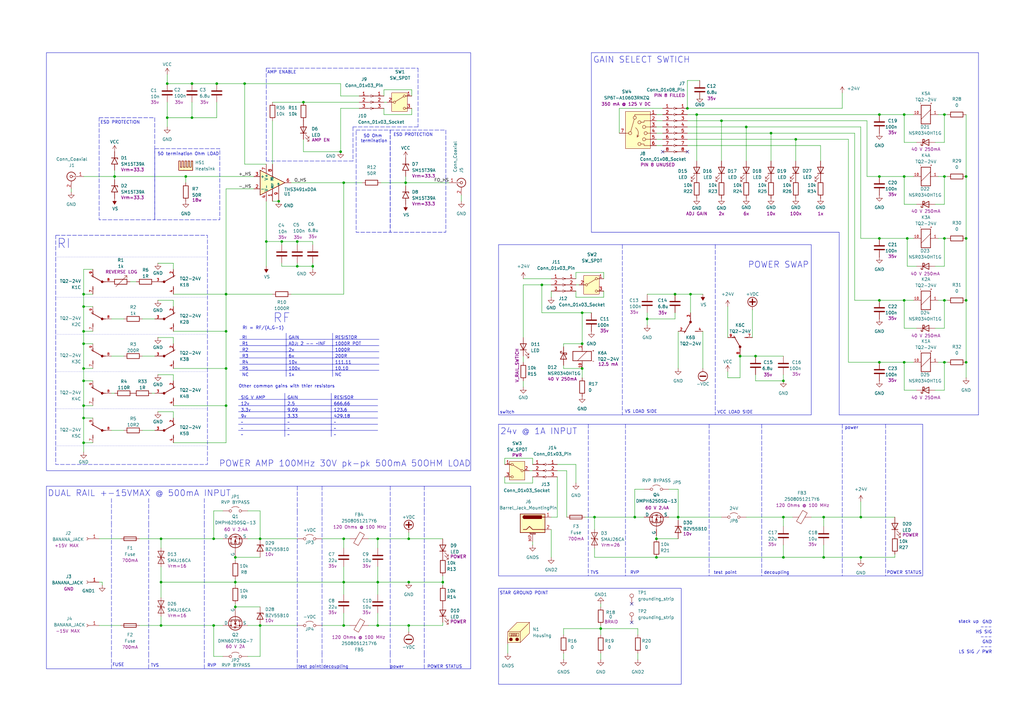
<source format=kicad_sch>
(kicad_sch (version 20250114) (generator "eeschema") (generator_version "9.0")
  (paper "A3")
  (rectangle (start 63.5 60.96) (end 90.17 90.17) (stroke (width 0) (type dash)))
  (rectangle (start 22.86 96.52) (end 85.09 190.5) (stroke (width 0) (type dash)))
  (rectangle (start 204.47 100.33) (end 332.74 170.18))
  (rectangle (start 19.05 199.39) (end 193.04 274.32))
  (rectangle (start 19.05 21.59) (end 193.04 193.04))
  (rectangle (start 204.47 173.99) (end 378.46 236.22))
  (rectangle (start 40.64 48.26) (end 63.5 90.17) (stroke (width 0) (type dash)))
  (rectangle (start 146.05 53.34) (end 160.02 95.25) (stroke (width 0) (type dash)))
  (rectangle (start 204.47 241.3) (end 279.4 280.67))
  (rectangle (start 160.02 53.34) (end 182.88 95.25) (stroke (width 0) (type dash)))
  (text "RF" (at 115.57 130.556 0) (effects (font (size 3.81 3.81))))
  (text "decoupling" (at 137.668 273.558 0) (effects (font (size 1.27 1.27))))
  (text "test point" (at 127 273.558 0) (effects (font (size 1.27 1.27))))
  (text "power" (at 162.814 273.558 0) (effects (font (size 1.27 1.27))))
  (text "RVP" (at 260.35 234.95 0) (effects (font (size 1.27 1.27))))
  (text "test point" (at 297.434 234.95 0) (effects (font (size 1.27 1.27))))
  (text "FUSE" (at 48.514 272.796 0) (effects (font (size 1.27 1.27))))
  (text "ESD PROTECTION" (at 169.418 55.372 0) (effects (font (size 1.27 1.27))))
  (text "AMP ENABLE" (at 115.57 29.718 0) (effects (font (size 1.27 1.27))))
  (text "GAIN SELECT SWTICH" (at 263.144 24.638 0) (effects (font (size 2.54 2.54))))
  (text "VCC LOAD SIDE" (at 301.498 169.164 0) (effects (font (size 1.27 1.27))))
  (text "power" (at 349.25 175.514 0) (effects (font (size 1.27 1.27))))
  (text "TVS" (at 243.84 234.95 0) (effects (font (size 1.27 1.27))))
  (text "RI" (at 26.162 100.076 0) (effects (font (size 3.81 3.81))))
  (text "ESD PROTECTION" (at 49.276 50.292 0) (effects (font (size 1.27 1.27))))
  (text "GND\n---\nHS SIG\n---\nGND\n---\nLS SIG / PWR" (at 406.908 261.366 0) (effects (font (size 1.27 1.27)) (justify right)))
  (text "stack up" (at 397.256 255.016 0) (effects (font (size 1.27 1.27))))
  (text "24v @ 1A INPUT" (at 220.98 177.038 0) (effects (font (size 2.54 2.54))))
  (text "RVP" (at 86.868 273.05 0) (effects (font (size 1.27 1.27))))
  (text "RI = RF/(A_G-1)" (at 107.95 134.62 0) (effects (font (size 1.27 1.27))))
  (text "TVS" (at 63.5 273.05 0) (effects (font (size 1.27 1.27))))
  (text "DUAL RAIL +-15VMAX @ 500mA INPUT" (at 57.15 202.438 0) (effects (font (size 2.54 2.54))))
  (text "decoupling" (at 318.516 234.95 0) (effects (font (size 1.27 1.27))))
  (text "POWER STATUS" (at 370.84 234.95 0) (effects (font (size 1.27 1.27))))
  (text "POWER SWAP" (at 319.278 108.712 0) (effects (font (size 2.54 2.54))))
  (text "POWER STATUS" (at 182.372 273.558 0) (effects (font (size 1.27 1.27))))
  (text "50 termination Ohm LOAD" (at 77.216 63.246 0) (effects (font (size 1.27 1.27))))
  (text "POWER AMP 100MHz 30V pk-pk 500mA 50OHM LOAD" (at 141.478 190.246 0) (effects (font (size 2.54 2.54))))
  (text "VS LOAD SIDE" (at 262.89 168.91 0) (effects (font (size 1.27 1.27))))
  (text "50 Ohm \ntermination" (at 153.416 56.896 0) (effects (font (size 1.27 1.27))))
  (text "switch" (at 208.026 169.164 0) (effects (font (size 1.27 1.27))))
  (text "Other common gains with thier resistors" (at 117.602 158.496 0) (effects (font (size 1.27 1.27))))
  (text "STAR GROUND POINT" (at 214.884 243.332 0) (effects (font (size 1.27 1.27))))
  (junction (at 46.99 72.39))
  (junction (at 109.22 99.06))
  (junction (at 370.84 46.99))
  (junction (at 68.58 34.29))
  (junction (at 100.33 34.29))
  (junction (at 140.97 220.98))
  (junction (at 167.64 256.54))
  (junction (at 316.23 54.61))
  (junction (at 246.38 257.81))
  (junction (at 387.35 46.99))
  (junction (at 68.58 48.26))
  (junction (at 87.63 220.98))
  (junction (at 154.94 220.98))
  (junction (at 281.94 44.45))
  (junction (at 34.29 125.73))
  (junction (at 34.29 151.13))
  (junction (at 278.13 212.09))
  (junction (at 96.52 238.76))
  (junction (at 140.97 238.76))
  (junction (at 92.71 151.13))
  (junction (at 360.68 148.59))
  (junction (at 326.39 57.15))
  (junction (at 238.76 151.13))
  (junction (at 115.57 99.06))
  (junction (at 360.68 123.19))
  (junction (at 321.31 228.6))
  (junction (at 353.06 228.6))
  (junction (at 387.35 72.39))
  (junction (at 114.3 82.55))
  (junction (at 321.31 212.09))
  (junction (at 128.27 109.22))
  (junction (at 87.63 256.54))
  (junction (at 121.92 109.22))
  (junction (at 166.37 74.93))
  (junction (at 260.35 212.09))
  (junction (at 396.24 97.79))
  (junction (at 370.84 72.39))
  (junction (at 66.04 256.54))
  (junction (at 34.29 171.45))
  (junction (at 243.84 212.09))
  (junction (at 92.71 120.65))
  (junction (at 285.75 46.99))
  (junction (at 92.71 166.37))
  (junction (at 269.24 220.98))
  (junction (at 154.94 256.54))
  (junction (at 34.29 166.37))
  (junction (at 337.82 212.09))
  (junction (at 121.92 99.06))
  (junction (at 78.74 34.29))
  (junction (at 34.29 181.61))
  (junction (at 106.68 220.98))
  (junction (at 396.24 72.39))
  (junction (at 283.21 120.65))
  (junction (at 34.29 135.89))
  (junction (at 88.9 34.29))
  (junction (at 396.24 123.19))
  (junction (at 370.84 123.19))
  (junction (at 92.71 135.89))
  (junction (at 78.74 48.26))
  (junction (at 222.25 116.84))
  (junction (at 124.46 41.91))
  (junction (at 76.2 72.39))
  (junction (at 96.52 248.92))
  (junction (at 96.52 228.6))
  (junction (at 66.04 220.98))
  (junction (at 306.07 52.07))
  (junction (at 303.53 146.05))
  (junction (at 139.7 62.23))
  (junction (at 154.94 238.76))
  (junction (at 396.24 148.59))
  (junction (at 387.35 148.59))
  (junction (at 238.76 128.27))
  (junction (at 34.29 156.21))
  (junction (at 276.86 120.65))
  (junction (at 309.88 146.05))
  (junction (at 295.91 49.53))
  (junction (at 372.11 97.79))
  (junction (at 360.68 72.39))
  (junction (at 370.84 148.59))
  (junction (at 337.82 228.6))
  (junction (at 269.24 228.6))
  (junction (at 321.31 156.21))
  (junction (at 140.97 256.54))
  (junction (at 387.35 97.79))
  (junction (at 265.43 130.81))
  (junction (at 66.04 238.76))
  (junction (at 106.68 256.54))
  (junction (at 353.06 212.09))
  (junction (at 360.68 97.79))
  (junction (at 167.64 220.98))
  (junction (at 181.61 238.76))
  (junction (at 387.35 123.19))
  (junction (at 140.97 74.93))
  (junction (at 238.76 140.97))
  (junction (at 360.68 46.99))
  (junction (at 34.29 140.97))
  (junction (at 34.29 120.65))
  (junction (at 167.64 238.76))
  (no_connect (at 259.08 247.65))
  (no_connect (at 259.08 255.27))
  (no_connect (at 281.94 62.23))
  (no_connect (at 271.78 62.23))
  (wire (pts (xy 370.84 123.19) (xy 370.84 134.62)))
  (wire (pts (xy 238.76 128.27) (xy 238.76 140.97)))
  (wire (pts (xy 181.61 255.27) (xy 181.61 256.54)))
  (wire (pts (xy 353.06 52.07) (xy 353.06 97.79)))
  (wire (pts (xy 140.97 74.93) (xy 140.97 120.65)))
  (wire (pts (xy 71.12 135.89) (xy 92.71 135.89)))
  (wire (pts (xy 128.27 100.33) (xy 128.27 99.06)))
  (wire (pts (xy 288.29 135.89) (xy 288.29 151.13)))
  (wire (pts (xy 281.94 52.07) (xy 306.07 52.07)))
  (polyline (pts (xy 109.22 66.04) (xy 109.22 27.94)) (stroke (width 0) (type dash)))
  (wire (pts (xy 387.35 46.99) (xy 384.81 46.99)))
  (wire (pts (xy 115.57 109.22) (xy 115.57 107.95)))
  (wire (pts (xy 246.38 257.81) (xy 246.38 260.35)))
  (wire (pts (xy 321.31 228.6) (xy 337.82 228.6)))
  (wire (pts (xy 57.15 256.54) (xy 66.04 256.54)))
  (wire (pts (xy 370.84 72.39) (xy 374.65 72.39)))
  (wire (pts (xy 396.24 123.19) (xy 396.24 148.59)))
  (wire (pts (xy 355.6 72.39) (xy 355.6 49.53)))
  (wire (pts (xy 321.31 156.21) (xy 321.31 153.67)))
  (wire (pts (xy 156.21 74.93) (xy 166.37 74.93)))
  (wire (pts (xy 298.45 125.73) (xy 298.45 138.43)))
  (wire (pts (xy 306.07 52.07) (xy 306.07 66.04)))
  (polyline (pts (xy 173.99 199.39) (xy 173.99 209.55)) (stroke (width 0) (type dash)))
  (polyline (pts (xy 83.82 214.63) (xy 83.82 267.97)) (stroke (width 0) (type dash)))
  (wire (pts (xy 265.43 133.35) (xy 265.43 130.81)))
  (wire (pts (xy 207.01 187.96) (xy 207.01 190.5)))
  (wire (pts (xy 87.63 269.24) (xy 91.44 269.24)))
  (wire (pts (xy 283.21 120.65) (xy 283.21 128.27)))
  (polyline (pts (xy 144.78 52.07) (xy 144.78 66.04)) (stroke (width 0) (type dash)))
  (wire (pts (xy 387.35 160.02) (xy 383.54 160.02)))
  (polyline (pts (xy 83.82 204.47) (xy 83.82 214.63)) (stroke (width 0) (type dash)))
  (wire (pts (xy 140.97 256.54) (xy 143.51 256.54)))
  (wire (pts (xy 260.35 200.66) (xy 260.35 212.09)))
  (wire (pts (xy 34.29 110.49) (xy 38.1 110.49)))
  (wire (pts (xy 238.76 151.13) (xy 238.76 154.94)))
  (wire (pts (xy 276.86 130.81) (xy 276.86 128.27)))
  (wire (pts (xy 88.9 34.29) (xy 100.33 34.29)))
  (wire (pts (xy 388.62 148.59) (xy 387.35 148.59)))
  (polyline (pts (xy 171.45 52.07) (xy 144.78 52.07)) (stroke (width 0) (type dash)))
  (wire (pts (xy 115.57 109.22) (xy 121.92 109.22)))
  (wire (pts (xy 375.92 58.42) (xy 370.84 58.42)))
  (wire (pts (xy 214.63 158.75) (xy 214.63 156.21)))
  (wire (pts (xy 269.24 228.6) (xy 321.31 228.6)))
  (wire (pts (xy 274.32 212.09) (xy 278.13 212.09)))
  (wire (pts (xy 34.29 156.21) (xy 38.1 156.21)))
  (wire (pts (xy 40.64 238.76) (xy 41.91 238.76)))
  (wire (pts (xy 236.22 116.84) (xy 237.49 116.84)))
  (wire (pts (xy 46.99 69.85) (xy 46.99 72.39)))
  (wire (pts (xy 109.22 109.22) (xy 109.22 99.06)))
  (wire (pts (xy 128.27 109.22) (xy 128.27 107.95)))
  (wire (pts (xy 372.11 97.79) (xy 374.65 97.79)))
  (wire (pts (xy 50.8 130.81) (xy 45.72 130.81)))
  (wire (pts (xy 151.13 220.98) (xy 154.94 220.98)))
  (wire (pts (xy 106.68 256.54) (xy 121.92 256.54)))
  (wire (pts (xy 269.24 219.71) (xy 269.24 220.98)))
  (wire (pts (xy 88.9 48.26) (xy 78.74 48.26)))
  (wire (pts (xy 396.24 72.39) (xy 396.24 97.79)))
  (wire (pts (xy 295.91 49.53) (xy 355.6 49.53)))
  (wire (pts (xy 58.42 146.05) (xy 63.5 146.05)))
  (wire (pts (xy 285.75 46.99) (xy 360.68 46.99)))
  (wire (pts (xy 34.29 166.37) (xy 38.1 166.37)))
  (wire (pts (xy 109.22 82.55) (xy 109.22 99.06)))
  (wire (pts (xy 247.65 111.76) (xy 247.65 114.3)))
  (wire (pts (xy 226.06 212.09) (xy 228.6 212.09)))
  (wire (pts (xy 157.48 44.45) (xy 157.48 46.99)))
  (wire (pts (xy 260.35 200.66) (xy 264.16 200.66)))
  (wire (pts (xy 76.2 74.93) (xy 76.2 72.39)))
  (wire (pts (xy 228.6 193.04) (xy 232.41 193.04)))
  (wire (pts (xy 360.68 46.99) (xy 370.84 46.99)))
  (wire (pts (xy 157.48 39.37) (xy 157.48 36.83)))
  (wire (pts (xy 231.14 267.97) (xy 231.14 270.51)))
  (wire (pts (xy 360.68 97.79) (xy 372.11 97.79)))
  (wire (pts (xy 168.91 44.45) (xy 168.91 46.99)))
  (wire (pts (xy 337.82 215.9) (xy 337.82 212.09)))
  (wire (pts (xy 154.94 224.79) (xy 154.94 220.98)))
  (polyline (pts (xy 160.02 267.97) (xy 160.02 274.32)) (stroke (width 0) (type dash)))
  (wire (pts (xy 100.33 34.29) (xy 100.33 67.31)))
  (wire (pts (xy 321.31 215.9) (xy 321.31 212.09)))
  (wire (pts (xy 387.35 97.79) (xy 384.81 97.79)))
  (wire (pts (xy 58.42 130.81) (xy 63.5 130.81)))
  (wire (pts (xy 243.84 228.6) (xy 269.24 228.6)))
  (wire (pts (xy 278.13 212.09) (xy 295.91 212.09)))
  (wire (pts (xy 281.94 33.02) (xy 281.94 44.45)))
  (wire (pts (xy 243.84 212.09) (xy 243.84 217.17)))
  (polyline (pts (xy 160.02 209.55) (xy 160.02 267.97)) (stroke (width 0) (type dash)))
  (wire (pts (xy 189.23 80.01) (xy 189.23 82.55)))
  (wire (pts (xy 231.14 257.81) (xy 231.14 260.35)))
  (wire (pts (xy 66.04 238.76) (xy 66.04 245.11)))
  (wire (pts (xy 396.24 46.99) (xy 396.24 72.39)))
  (wire (pts (xy 64.77 168.91) (xy 71.12 168.91)))
  (wire (pts (xy 167.64 220.98) (xy 181.61 220.98)))
  (wire (pts (xy 316.23 54.61) (xy 350.52 54.61)))
  (wire (pts (xy 281.94 54.61) (xy 316.23 54.61)))
  (wire (pts (xy 278.13 135.89) (xy 278.13 151.13)))
  (wire (pts (xy 111.76 82.55) (xy 114.3 82.55)))
  (wire (pts (xy 71.12 166.37) (xy 92.71 166.37)))
  (wire (pts (xy 66.04 220.98) (xy 87.63 220.98)))
  (wire (pts (xy 387.35 46.99) (xy 387.35 58.42)))
  (wire (pts (xy 360.68 148.59) (xy 370.84 148.59)))
  (wire (pts (xy 92.71 120.65) (xy 92.71 135.89)))
  (wire (pts (xy 226.06 114.3) (xy 214.63 114.3)))
  (wire (pts (xy 66.04 232.41) (xy 66.04 238.76)))
  (wire (pts (xy 388.62 72.39) (xy 387.35 72.39)))
  (wire (pts (xy 246.38 257.81) (xy 261.62 257.81)))
  (wire (pts (xy 236.22 111.76) (xy 247.65 111.76)))
  (wire (pts (xy 247.65 119.38) (xy 247.65 121.92)))
  (wire (pts (xy 34.29 135.89) (xy 34.29 125.73)))
  (wire (pts (xy 243.84 224.79) (xy 243.84 228.6)))
  (wire (pts (xy 62.23 161.29) (xy 63.5 161.29)))
  (polyline (pts (xy 242.57 21.59) (xy 242.57 95.25)))
  (wire (pts (xy 387.35 134.62) (xy 383.54 134.62)))
  (wire (pts (xy 218.44 187.96) (xy 207.01 187.96)))
  (wire (pts (xy 278.13 212.09) (xy 278.13 213.36)))
  (wire (pts (xy 106.68 269.24) (xy 101.6 269.24)))
  (wire (pts (xy 87.63 256.54) (xy 91.44 256.54)))
  (wire (pts (xy 387.35 148.59) (xy 384.81 148.59)))
  (wire (pts (xy 46.99 72.39) (xy 76.2 72.39)))
  (wire (pts (xy 121.92 109.22) (xy 121.92 107.95)))
  (wire (pts (xy 370.84 148.59) (xy 374.65 148.59)))
  (wire (pts (xy 281.94 33.02) (xy 287.02 33.02)))
  (wire (pts (xy 140.97 243.84) (xy 140.97 238.76)))
  (wire (pts (xy 157.48 36.83) (xy 168.91 36.83)))
  (wire (pts (xy 353.06 97.79) (xy 360.68 97.79)))
  (wire (pts (xy 106.68 209.55) (xy 106.68 220.98)))
  (wire (pts (xy 140.97 251.46) (xy 140.97 256.54)))
  (wire (pts (xy 231.14 140.97) (xy 231.14 142.24)))
  (wire (pts (xy 139.7 44.45) (xy 139.7 62.23)))
  (wire (pts (xy 96.52 228.6) (xy 106.68 228.6)))
  (polyline (pts (xy 160.02 199.39) (xy 160.02 209.55)) (stroke (width 0) (type dash)))
  (wire (pts (xy 71.12 120.65) (xy 92.71 120.65)))
  (wire (pts (xy 269.24 57.15) (xy 271.78 57.15)))
  (wire (pts (xy 387.35 83.82) (xy 383.54 83.82)))
  (wire (pts (xy 34.29 135.89) (xy 34.29 140.97)))
  (wire (pts (xy 387.35 72.39) (xy 387.35 83.82)))
  (wire (pts (xy 231.14 151.13) (xy 238.76 151.13)))
  (polyline (pts (xy 401.32 170.18) (xy 344.17 170.18)))
  (wire (pts (xy 207.01 198.12) (xy 218.44 198.12)))
  (wire (pts (xy 243.84 212.09) (xy 260.35 212.09)))
  (wire (pts (xy 387.35 148.59) (xy 387.35 160.02)))
  (wire (pts (xy 353.06 212.09) (xy 367.03 212.09)))
  (wire (pts (xy 226.06 119.38) (xy 226.06 121.92)))
  (polyline (pts (xy 171.45 27.94) (xy 171.45 52.07)) (stroke (width 0) (type dash)))
  (wire (pts (xy 106.68 256.54) (xy 101.6 256.54)))
  (wire (pts (xy 96.52 248.92) (xy 106.68 248.92)))
  (wire (pts (xy 34.29 171.45) (xy 38.1 171.45)))
  (wire (pts (xy 387.35 72.39) (xy 384.81 72.39)))
  (wire (pts (xy 64.77 107.95) (xy 71.12 107.95)))
  (wire (pts (xy 387.35 109.22) (xy 383.54 109.22)))
  (polyline (pts (xy 45.72 204.47) (xy 45.72 214.63)) (stroke (width 0) (type dash)))
  (wire (pts (xy 269.24 54.61) (xy 271.78 54.61)))
  (wire (pts (xy 87.63 256.54) (xy 87.63 269.24)))
  (wire (pts (xy 387.35 97.79) (xy 387.35 109.22)))
  (wire (pts (xy 96.52 238.76) (xy 96.52 237.49)))
  (wire (pts (xy 34.29 171.45) (xy 34.29 181.61)))
  (wire (pts (xy 132.08 220.98) (xy 140.97 220.98)))
  (wire (pts (xy 276.86 120.65) (xy 283.21 120.65)))
  (wire (pts (xy 66.04 252.73) (xy 66.04 256.54)))
  (wire (pts (xy 132.08 256.54) (xy 140.97 256.54)))
  (wire (pts (xy 265.43 120.65) (xy 276.86 120.65)))
  (wire (pts (xy 68.58 48.26) (xy 68.58 41.91)))
  (wire (pts (xy 71.12 107.95) (xy 71.12 110.49)))
  (polyline (pts (xy 312.42 173.99) (xy 312.42 236.22)) (stroke (width 0) (type dash)))
  (wire (pts (xy 115.57 100.33) (xy 115.57 99.06)))
  (wire (pts (xy 236.22 114.3) (xy 236.22 111.76)))
  (wire (pts (xy 71.12 153.67) (xy 71.12 156.21)))
  (wire (pts (xy 236.22 190.5) (xy 236.22 198.12)))
  (wire (pts (xy 370.84 46.99) (xy 370.84 58.42)))
  (wire (pts (xy 124.46 62.23) (xy 139.7 62.23)))
  (polyline (pts (xy 121.92 199.39) (xy 121.92 209.55)) (stroke (width 0) (type dash)))
  (polyline (pts (xy 109.22 27.94) (xy 171.45 27.94)) (stroke (width 0) (type dash)))
  (polyline (pts (xy 256.54 173.99) (xy 256.54 236.22)) (stroke (width 0) (type dash)))
  (wire (pts (xy 34.29 151.13) (xy 38.1 151.13)))
  (wire (pts (xy 121.92 109.22) (xy 128.27 109.22)))
  (wire (pts (xy 387.35 123.19) (xy 384.81 123.19)))
  (wire (pts (xy 226.06 116.84) (xy 222.25 116.84)))
  (wire (pts (xy 157.48 41.91) (xy 158.75 41.91)))
  (wire (pts (xy 350.52 123.19) (xy 360.68 123.19)))
  (wire (pts (xy 166.37 74.93) (xy 166.37 76.2)))
  (polyline (pts (xy 22.86 152.4) (xy 85.09 152.4)) (stroke (width 0) (type dot)))
  (wire (pts (xy 236.22 119.38) (xy 236.22 121.92)))
  (wire (pts (xy 285.75 46.99) (xy 285.75 66.04)))
  (wire (pts (xy 154.94 232.41) (xy 154.94 238.76)))
  (wire (pts (xy 71.12 181.61) (xy 92.71 181.61)))
  (wire (pts (xy 375.92 83.82) (xy 370.84 83.82)))
  (wire (pts (xy 321.31 223.52) (xy 321.31 228.6)))
  (wire (pts (xy 78.74 48.26) (xy 78.74 41.91)))
  (wire (pts (xy 92.71 166.37) (xy 92.71 181.61)))
  (wire (pts (xy 337.82 223.52) (xy 337.82 228.6)))
  (wire (pts (xy 254 44.45) (xy 271.78 44.45)))
  (wire (pts (xy 388.62 97.79) (xy 387.35 97.79)))
  (wire (pts (xy 151.13 256.54) (xy 154.94 256.54)))
  (wire (pts (xy 281.94 57.15) (xy 326.39 57.15)))
  (wire (pts (xy 321.31 212.09) (xy 325.12 212.09)))
  (wire (pts (xy 236.22 121.92) (xy 247.65 121.92)))
  (wire (pts (xy 96.52 248.92) (xy 96.52 247.65)))
  (wire (pts (xy 306.07 212.09) (xy 321.31 212.09)))
  (wire (pts (xy 78.74 48.26) (xy 68.58 48.26)))
  (wire (pts (xy 41.91 238.76) (xy 41.91 240.03)))
  (wire (pts (xy 64.77 153.67) (xy 71.12 153.67)))
  (wire (pts (xy 139.7 39.37) (xy 147.32 39.37)))
  (polyline (pts (xy 255.27 100.33) (xy 255.27 170.18)) (stroke (width 0) (type dash)))
  (wire (pts (xy 57.15 220.98) (xy 66.04 220.98)))
  (wire (pts (xy 222.25 128.27) (xy 238.76 128.27)))
  (polyline (pts (xy 22.86 167.64) (xy 85.09 167.64)) (stroke (width 0) (type dot)))
  (wire (pts (xy 34.29 125.73) (xy 34.29 120.65)))
  (wire (pts (xy 214.63 148.59) (xy 214.63 146.05)))
  (wire (pts (xy 208.28 267.97) (xy 208.28 264.16)))
  (polyline (pts (xy 60.96 267.97) (xy 60.96 274.32)) (stroke (width 0) (type dash)))
  (wire (pts (xy 388.62 123.19) (xy 387.35 123.19)))
  (polyline (pts (xy 344.17 95.25) (xy 242.57 95.25)))
  (wire (pts (xy 50.8 176.53) (xy 45.72 176.53)))
  (wire (pts (xy 246.38 256.54) (xy 246.38 257.81)))
  (wire (pts (xy 321.31 156.21) (xy 309.88 156.21)))
  (wire (pts (xy 140.97 120.65) (xy 119.38 120.65)))
  (wire (pts (xy 278.13 200.66) (xy 274.32 200.66)))
  (wire (pts (xy 269.24 52.07) (xy 271.78 52.07)))
  (wire (pts (xy 396.24 97.79) (xy 396.24 123.19)))
  (wire (pts (xy 281.94 46.99) (xy 285.75 46.99)))
  (wire (pts (xy 154.94 238.76) (xy 167.64 238.76)))
  (wire (pts (xy 167.64 218.44) (xy 167.64 220.98)))
  (wire (pts (xy 261.62 257.81) (xy 261.62 260.35)))
  (wire (pts (xy 265.43 130.81) (xy 265.43 128.27)))
  (polyline (pts (xy 345.44 173.99) (xy 345.44 236.22)) (stroke (width 0) (type dash)))
  (wire (pts (xy 337.82 212.09) (xy 353.06 212.09)))
  (polyline (pts (xy 60.96 204.47) (xy 60.96 214.63)) (stroke (width 0) (type dash)))
  (wire (pts (xy 350.52 54.61) (xy 350.52 123.19)))
  (wire (pts (xy 154.94 220.98) (xy 167.64 220.98)))
  (wire (pts (xy 100.33 67.31) (xy 109.22 67.31)))
  (wire (pts (xy 228.6 190.5) (xy 236.22 190.5)))
  (wire (pts (xy 154.94 243.84) (xy 154.94 238.76)))
  (wire (pts (xy 360.68 123.19) (xy 370.84 123.19)))
  (wire (pts (xy 226.06 228.6) (xy 226.06 217.17)))
  (wire (pts (xy 92.71 151.13) (xy 92.71 135.89)))
  (wire (pts (xy 40.64 256.54) (xy 49.53 256.54)))
  (wire (pts (xy 238.76 128.27) (xy 242.57 128.27)))
  (wire (pts (xy 96.52 240.03) (xy 96.52 238.76)))
  (polyline (pts (xy 344.17 95.25) (xy 344.17 170.18)))
  (wire (pts (xy 140.97 220.98) (xy 143.51 220.98)))
  (wire (pts (xy 96.52 229.87) (xy 96.52 228.6)))
  (wire (pts (xy 332.74 212.09) (xy 337.82 212.09)))
  (wire (pts (xy 246.38 267.97) (xy 246.38 270.51)))
  (wire (pts (xy 347.98 57.15) (xy 347.98 148.59)))
  (polyline (pts (xy 22.86 137.16) (xy 85.09 137.16)) (stroke (width 0) (type dot)))
  (wire (pts (xy 68.58 30.48) (xy 68.58 34.29)))
  (wire (pts (xy 38.1 135.89) (xy 34.29 135.89)))
  (wire (pts (xy 71.12 151.13) (xy 92.71 151.13)))
  (wire (pts (xy 336.55 59.69) (xy 336.55 66.04)))
  (polyline (pts (xy 241.3 173.99) (xy 241.3 236.22)) (stroke (width 0) (type dash)))
  (wire (pts (xy 66.04 220.98) (xy 66.04 224.79)))
  (wire (pts (xy 166.37 74.93) (xy 184.15 74.93)))
  (wire (pts (xy 309.88 156.21) (xy 309.88 153.67)))
  (wire (pts (xy 34.29 140.97) (xy 34.29 151.13)))
  (wire (pts (xy 303.53 146.05) (xy 303.53 154.94)))
  (wire (pts (xy 157.48 46.99) (xy 168.91 46.99)))
  (wire (pts (xy 337.82 228.6) (xy 353.06 228.6)))
  (wire (pts (xy 87.63 209.55) (xy 91.44 209.55)))
  (wire (pts (xy 106.68 256.54) (xy 106.68 269.24)))
  (wire (pts (xy 326.39 57.15) (xy 326.39 66.04)))
  (wire (pts (xy 231.14 140.97) (xy 238.76 140.97)))
  (wire (pts (xy 181.61 256.54) (xy 167.64 256.54)))
  (wire (pts (xy 181.61 240.03) (xy 181.61 238.76)))
  (wire (pts (xy 46.99 73.66) (xy 46.99 72.39)))
  (wire (pts (xy 360.68 72.39) (xy 370.84 72.39)))
  (wire (pts (xy 87.63 209.55) (xy 87.63 220.98)))
  (wire (pts (xy 167.64 259.08) (xy 167.64 256.54)))
  (polyline (pts (xy 144.78 66.04) (xy 109.22 66.04)) (stroke (width 0) (type dash)))
  (wire (pts (xy 88.9 48.26) (xy 88.9 41.91)))
  (wire (pts (xy 375.92 160.02) (xy 370.84 160.02)))
  (wire (pts (xy 218.44 195.58) (xy 218.44 198.12)))
  (wire (pts (xy 353.06 205.74) (xy 353.06 212.09)))
  (wire (pts (xy 370.84 46.99) (xy 374.65 46.99)))
  (wire (pts (xy 154.94 256.54) (xy 167.64 256.54)))
  (wire (pts (xy 53.34 115.57) (xy 55.88 115.57)))
  (wire (pts (xy 66.04 238.76) (xy 96.52 238.76)))
  (wire (pts (xy 111.76 49.53) (xy 111.76 67.31)))
  (wire (pts (xy 96.52 238.76) (xy 140.97 238.76)))
  (wire (pts (xy 124.46 41.91) (xy 147.32 41.91)))
  (polyline (pts (xy 45.72 267.97) (xy 45.72 274.2858)) (stroke (width 0) (type dash)))
  (wire (pts (xy 370.84 148.59) (xy 370.84 160.02)))
  (polyline (pts (xy 132.08 199.39) (xy 132.08 209.55)) (stroke (width 0) (type dash)))
  (wire (pts (xy 298.45 154.94) (xy 303.53 154.94)))
  (wire (pts (xy 303.53 146.05) (xy 309.88 146.05)))
  (wire (pts (xy 232.41 193.04) (xy 232.41 212.09)))
  (polyline (pts (xy 60.96 214.63) (xy 60.96 267.97)) (stroke (width 0) (type dash)))
  (polyline (pts (xy 22.86 105.41) (xy 85.09 105.41)) (stroke (width 0) (type dot)))
  (wire (pts (xy 68.58 52.07) (xy 68.58 48.26)))
  (wire (pts (xy 375.92 134.62) (xy 370.84 134.62)))
  (wire (pts (xy 167.64 238.76) (xy 181.61 238.76)))
  (polyline (pts (xy 401.32 21.59) (xy 401.32 170.18)))
  (wire (pts (xy 34.29 120.65) (xy 34.29 110.49)))
  (wire (pts (xy 228.6 195.58) (xy 228.6 212.09)))
  (wire (pts (xy 214.63 116.84) (xy 222.25 116.84)))
  (wire (pts (xy 92.71 166.37) (xy 92.71 151.13)))
  (wire (pts (xy 34.29 72.39) (xy 46.99 72.39)))
  (wire (pts (xy 240.03 212.09) (xy 243.84 212.09)))
  (wire (pts (xy 58.42 176.53) (xy 63.5 176.53)))
  (wire (pts (xy 34.29 140.97) (xy 38.1 140.97)))
  (wire (pts (xy 106.68 209.55) (xy 101.6 209.55)))
  (wire (pts (xy 218.44 190.5) (xy 218.44 187.96)))
  (wire (pts (xy 166.37 72.39) (xy 166.37 74.93)))
  (wire (pts (xy 396.24 148.59) (xy 396.24 154.94)))
  (wire (pts (xy 387.35 58.42) (xy 383.54 58.42)))
  (wire (pts (xy 387.35 123.19) (xy 387.35 134.62)))
  (wire (pts (xy 261.62 267.97) (xy 261.62 270.51)))
  (wire (pts (xy 64.77 138.43) (xy 71.12 138.43)))
  (polyline (pts (xy 121.92 267.97) (xy 121.92 274.32)) (stroke (width 0) (type dash)))
  (wire (pts (xy 66.04 256.54) (xy 87.63 256.54)))
  (polyline (pts (xy 22.86 121.92) (xy 85.09 121.92)) (stroke (width 0) (type dot)))
  (polyline (pts (xy 45.72 274.2858) (xy 45.72 274.32)) (stroke (width 0) (type dash)))
  (wire (pts (xy 370.84 123.19) (xy 374.65 123.19)))
  (wire (pts (xy 34.29 156.21) (xy 34.29 166.37)))
  (wire (pts (xy 214.63 116.84) (xy 214.63 138.43)))
  (wire (pts (xy 218.44 223.52) (xy 218.44 222.25)))
  (wire (pts (xy 281.94 59.69) (xy 336.55 59.69)))
  (wire (pts (xy 353.06 228.6) (xy 367.03 228.6)))
  (wire (pts (xy 34.29 181.61) (xy 34.29 185.42)))
  (wire (pts (xy 181.61 238.76) (xy 181.61 236.22)))
  (wire (pts (xy 375.92 109.22) (xy 372.11 109.22)))
  (wire (pts (xy 260.35 212.09) (xy 264.16 212.09)))
  (wire (pts (xy 76.2 72.39) (xy 104.14 72.39)))
  (wire (pts (xy 140.97 224.79) (xy 140.97 220.98)))
  (wire (pts (xy 109.22 99.06) (xy 115.57 99.06)))
  (polyline (pts (xy 290.83 173.99) (xy 290.83 236.22)) (stroke (width 0) (type dash)))
  (wire (pts (xy 40.64 220.98) (xy 49.53 220.98)))
  (wire (pts (xy 71.12 168.91) (xy 71.12 171.45)))
  (wire (pts (xy 372.11 97.79) (xy 372.11 109.22)))
  (wire (pts (xy 281.94 44.45) (xy 345.44 44.45)))
  (wire (pts (xy 353.06 229.87) (xy 353.06 228.6)))
  (wire (pts (xy 140.97 74.93) (xy 148.59 74.93)))
  (wire (pts (xy 139.7 44.45) (xy 147.32 44.45)))
  (wire (pts (xy 298.45 152.4) (xy 298.45 154.94)))
  (wire (pts (xy 306.07 52.07) (xy 353.06 52.07)))
  (polyline (pts (xy 22.86 182.88) (xy 85.09 182.88)) (stroke (width 0) (type dot)))
  (wire (pts (xy 46.99 161.29) (xy 45.72 161.29)))
  (wire (pts (xy 71.12 138.43) (xy 71.12 140.97)))
  (wire (pts (xy 168.91 36.83) (xy 168.91 39.37)))
  (wire (pts (xy 34.29 166.37) (xy 34.29 171.45)))
  (polyline (pts (xy 293.37 100.33) (xy 293.37 170.18)) (stroke (width 0) (type dash)))
  (wire (pts (xy 265.43 130.81) (xy 276.86 130.81)))
  (polyline (pts (xy 132.08 209.55) (xy 132.08 267.97)) (stroke (width 0) (type dash)))
  (polyline (pts (xy 173.99 209.55) (xy 173.99 267.97)) (stroke (width 0) (type dash)))
  (wire (pts (xy 231.14 257.81) (xy 246.38 257.81)))
  (wire (pts (xy 388.62 46.99) (xy 387.35 46.99)))
  (wire (pts (xy 124.46 57.15) (xy 124.46 62.23)))
  (wire (pts (xy 71.12 123.19) (xy 71.12 125.73)))
  (wire (pts (xy 269.24 49.53) (xy 271.78 49.53)))
  (wire (pts (xy 281.94 49.53) (xy 295.91 49.53)))
  (wire (pts (xy 308.61 127) (xy 308.61 138.43)))
  (polyline (pts (xy 401.32 21.59) (xy 242.57 21.59)))
  (wire (pts (xy 326.39 57.15) (xy 347.98 57.15)))
  (polyline (pts (xy 173.99 267.97) (xy 173.99 274.32)) (stroke (width 0) (type dash)))
  (wire (pts (xy 370.84 72.39) (xy 370.84 83.82)))
  (wire (pts (xy 154.94 251.46) (xy 154.94 256.54)))
  (wire (pts (xy 367.03 227.33) (xy 367.03 228.6)))
  (wire (pts (xy 288.29 120.65) (xy 283.21 120.65)))
  (wire (pts (xy 269.24 46.99) (xy 271.78 46.99)))
  (wire (pts (xy 50.8 146.05) (xy 45.72 146.05)))
  (wire (pts (xy 119.38 74.93) (xy 140.97 74.93)))
  (wire (pts (xy 207.01 195.58) (xy 207.01 198.12)))
  (wire (pts (xy 29.21 78.74) (xy 29.21 77.47)))
  (wire (pts (xy 269.24 59.69) (xy 271.78 59.69)))
  (wire (pts (xy 92.71 77.47) (xy 104.14 77.47)))
  (wire (pts (xy 106.68 220.98) (xy 101.6 220.98)))
  (wire (pts (xy 34.29 151.13) (xy 34.29 156.21)))
  (wire (pts (xy 218.44 193.04) (xy 217.17 193.04)))
  (wire (pts (xy 115.57 99.06) (xy 121.92 99.06)))
  (wire (pts (xy 88.9 34.29) (xy 78.74 34.29)))
  (wire (pts (xy 140.97 238.76) (xy 154.94 238.76)))
  (polyline (pts (xy 363.22 173.99) (xy 363.22 236.22)) (stroke (width 0) (type dash)))
  (wire (pts (xy 287.02 39.37) (xy 287.02 40.64)))
  (wire (pts (xy 34.29 125.73) (xy 38.1 125.73)))
  (wire (pts (xy 111.76 41.91) (xy 124.46 41.91)))
  (polyline (pts (xy 83.82 267.97) (xy 83.82 274.32)) (stroke (width 0) (type dash)))
  (wire (pts (xy 34.29 120.65) (xy 38.1 120.65)))
  (wire (pts (xy 92.71 77.47) (xy 92.71 120.65)))
  (wire (pts (xy 121.92 100.33) (xy 121.92 99.06)))
  (wire (pts (xy 92.71 120.65) (xy 111.76 120.65)))
  (wire (pts (xy 140.97 232.41) (xy 140.97 238.76)))
  (wire (pts (xy 34.29 181.61) (xy 38.1 181.61)))
  (wire (pts (xy 316.23 54.61) (xy 316.23 66.04)))
  (wire (pts (xy 64.77 123.19) (xy 71.12 123.19)))
  (wire (pts (xy 269.24 220.98) (xy 278.13 220.98)))
  (wire (pts (xy 128.27 99.06) (xy 121.92 99.06)))
  (wire (pts (xy 78.74 34.29) (xy 68.58 34.29)))
  (wire (pts (xy 139.7 34.29) (xy 139.7 39.37)))
  (wire (pts (xy 231.14 151.13) (xy 231.14 149.86)))
  (wire (pts (xy 106.68 220.98) (xy 121.92 220.98)))
  (wire (pts (xy 100.33 34.29) (xy 139.7 34.29)))
  (polyline (pts (xy 45.72 214.63) (xy 45.72 267.97)) (stroke (width 0) (type dash)))
  (wire (pts (xy 222.25 128.27) (xy 222.25 116.84)))
  (wire (pts (xy 87.63 220.98) (xy 91.44 220.98)))
  (wire (pts (xy 128.27 110.49) (xy 128.27 109.22)))
  (polyline (pts (xy 132.08 267.97) (xy 132.08 274.32)) (stroke (width 0) (type dash)))
  (wire (pts (xy 254 44.45) (xy 254 54.61)))
  (wire (pts (xy 278.13 200.66) (xy 278.13 212.09)))
  (wire (pts (xy 246.38 247.65) (xy 246.38 248.92)))
  (wire (pts (xy 345.44 44.45) (xy 345.44 38.1)))
  (wire (pts (xy 355.6 72.39) (xy 360.68 72.39)))
  (wire (pts (xy 309.88 146.05) (xy 321.31 146.05)))
  (polyline (pts (xy 121.92 209.55) (xy 121.92 267.97)) (stroke (width 0) (type dash)))
  (wire (pts (xy 347.98 148.59) (xy 360.68 148.59)))
  (wire (pts (xy 295.91 49.53) (xy 295.91 66.04)))
  (table (column_count 3) (border (external no) (header yes) (stroke (width -0.0001))) (separators (rows yes) (cols yes) (stroke (width 0.127))) (column_widths 19.05 19.05 19.05) (row_heights 2.54 2.54 2.54 2.54 2.54 2.54 2.54) (cells (table_cell "RI" (at 98.298 136.652 0) (size 19.05 2.54) (margins 0.9525 0.9525 0.9525 0.9525) (span 1 1)) (table_cell "GAIN" (at 117.348 136.652 0) (size 19.05 2.54) (margins 0.9525 0.9525 0.9525 0.9525) (span 1 1)) (table_cell "RESISTOR" (at 136.398 136.652 0) (size 19.05 2.54) (margins 0.9525 0.9525 0.9525 0.9525) (span 1 1)) (table_cell "R1" (at 98.298 139.192 0) (size 19.05 2.54) (margins 0.9525 0.9525 0.9525 0.9525) (span 1 1)) (table_cell "ADJ: 2 -- ~INF" (at 117.348 139.192 0) (size 19.05 2.54) (margins 0.9525 0.9525 0.9525 0.9525) (span 1 1)) (table_cell "1000R POT" (at 136.398 139.192 0) (size 19.05 2.54) (margins 0.9525 0.9525 0.9525 0.9525) (span 1 1)) (table_cell "R2" (at 98.298 141.732 0) (size 19.05 2.54) (margins 0.9525 0.9525 0.9525 0.9525) (span 1 1)) (table_cell "2x" (at 117.348 141.732 0) (size 19.05 2.54) (margins 0.9525 0.9525 0.9525 0.9525) (span 1 1)) (table_cell "1000R" (at 136.398 141.732 0) (size 19.05 2.54) (margins 0.9525 0.9525 0.9525 0.9525) (span 1 1)) (table_cell "R3" (at 98.298 144.272 0) (size 19.05 2.54) (margins 0.9525 0.9525 0.9525 0.9525) (span 1 1)) (table_cell "6x" (at 117.348 144.272 0) (size 19.05 2.54) (margins 0.9525 0.9525 0.9525 0.9525) (span 1 1)) (table_cell "200R" (at 136.398 144.272 0) (size 19.05 2.54) (margins 0.9525 0.9525 0.9525 0.9525) (span 1 1)) (table_cell "R4" (at 98.298 146.812 0) (size 19.05 2.54) (margins 0.9525 0.9525 0.9525 0.9525) (span 1 1)) (table_cell "10x" (at 117.348 146.812 0) (size 19.05 2.54) (margins 0.9525 0.9525 0.9525 0.9525) (span 1 1)) (table_cell "111.11" (at 136.398 146.812 0) (size 19.05 2.54) (margins 0.9525 0.9525 0.9525 0.9525) (span 1 1)) (table_cell "R5" (at 98.298 149.352 0) (size 19.05 2.54) (margins 0.9525 0.9525 0.9525 0.9525) (span 1 1)) (table_cell "100x" (at 117.348 149.352 0) (size 19.05 2.54) (margins 0.9525 0.9525 0.9525 0.9525) (span 1 1)) (table_cell "10.10" (at 136.398 149.352 0) (size 19.05 2.54) (margins 0.9525 0.9525 0.9525 0.9525) (span 1 1)) (table_cell "NC" (at 98.298 151.892 0) (size 19.05 2.54) (margins 0.9525 0.9525 0.9525 0.9525) (span 1 1)) (table_cell "1x" (at 117.348 151.892 0) (size 19.05 2.54) (margins 0.9525 0.9525 0.9525 0.9525) (span 1 1)) (table_cell "NC" (at 136.398 151.892 0) (size 19.05 2.54) (margins 0.9525 0.9525 0.9525 0.9525) (span 1 1))))
  (table (column_count 3) (border (external no) (header yes) (stroke (width -0.0001))) (separators (rows yes) (cols yes) (stroke (width 0.127))) (column_widths 19.05 19.05 19.05) (row_heights 2.54 2.54 2.54 2.54 2.54 2.54 2.54) (cells (table_cell "SIG V AMP " (at 97.79 161.29 0) (size 19.05 2.54) (margins 0.9525 0.9525 0.9525 0.9525) (span 1 1)) (table_cell "GAIN" (at 116.84 161.29 0) (size 19.05 2.54) (margins 0.9525 0.9525 0.9525 0.9525) (span 1 1)) (table_cell "RESISOR" (at 135.89 161.29 0) (size 19.05 2.54) (margins 0.9525 0.9525 0.9525 0.9525) (span 1 1)) (table_cell "12v" (at 97.79 163.83 0) (size 19.05 2.54) (margins 0.9525 0.9525 0.9525 0.9525) (span 1 1)) (table_cell "2.5" (at 116.84 163.83 0) (size 19.05 2.54) (margins 0.9525 0.9525 0.9525 0.9525) (span 1 1)) (table_cell "666.66" (at 135.89 163.83 0) (size 19.05 2.54) (margins 0.9525 0.9525 0.9525 0.9525) (span 1 1)) (table_cell "3.3v" (at 97.79 166.37 0) (size 19.05 2.54) (margins 0.9525 0.9525 0.9525 0.9525) (span 1 1)) (table_cell "9.09" (at 116.84 166.37 0) (size 19.05 2.54) (margins 0.9525 0.9525 0.9525 0.9525) (span 1 1)) (table_cell "123.6" (at 135.89 166.37 0) (size 19.05 2.54) (margins 0.9525 0.9525 0.9525 0.9525) (span 1 1)) (table_cell "9v" (at 97.79 168.91 0) (size 19.05 2.54) (margins 0.9525 0.9525 0.9525 0.9525) (span 1 1)) (table_cell "3.33" (at 116.84 168.91 0) (size 19.05 2.54) (margins 0.9525 0.9525 0.9525 0.9525) (span 1 1)) (table_cell "429.18" (at 135.89 168.91 0) (size 19.05 2.54) (margins 0.9525 0.9525 0.9525 0.9525) (span 1 1)) (table_cell "~" (at 97.79 171.45 0) (size 19.05 2.54) (margins 0.9525 0.9525 0.9525 0.9525) (span 1 1)) (table_cell "~" (at 116.84 171.45 0) (size 19.05 2.54) (margins 0.9525 0.9525 0.9525 0.9525) (span 1 1)) (table_cell "~" (at 135.89 171.45 0) (size 19.05 2.54) (margins 0.9525 0.9525 0.9525 0.9525) (span 1 1)) (table_cell "~" (at 97.79 173.99 0) (size 19.05 2.54) (margins 0.9525 0.9525 0.9525 0.9525) (span 1 1)) (table_cell "~" (at 116.84 173.99 0) (size 19.05 2.54) (margins 0.9525 0.9525 0.9525 0.9525) (span 1 1)) (table_cell "~" (at 135.89 173.99 0) (size 19.05 2.54) (margins 0.9525 0.9525 0.9525 0.9525) (span 1 1)) (table_cell "~" (at 97.79 176.53 0) (size 19.05 2.54) (margins 0.9525 0.9525 0.9525 0.9525) (span 1 1)) (table_cell "~" (at 116.84 176.53 0) (size 19.05 2.54) (margins 0.9525 0.9525 0.9525 0.9525) (span 1 1)) (table_cell "~" (at 135.89 176.53 0) (size 19.05 2.54) (margins 0.9525 0.9525 0.9525 0.9525) (span 1 1))))
  (label "O_HS" (at 120.65 74.93 0))
  (label "+_HS" (at 97.79 72.39 0))
  (label "FO_HS" (at 184.15 74.93 180))
  (label "-_HS" (at 97.79 77.47 0))
  (symbol (lib_id "Device:R") (at 50.8 161.29 270) (mirror x) (unit 1)
    (property "Reference" "R4" (at 50.8 156.464 90))
    (property "Value" "110R" (at 50.8 159.004 90))
    (property "Footprint" "Capacitor_SMD:C_0603_1608Metric" (effects (hide yes)))
    (property "Description" "Resistor" (effects (hide yes)))
  )
  (symbol (lib_id "Device:R") (at 285.75 77.47 0) (mirror x) (unit 1)
    (property "Reference" "R22" (at 282.194 78.486 0))
    (property "Value" "10k" (at 282.194 75.946 0))
    (property "Footprint" "Capacitor_SMD:C_0603_1608Metric" (effects (hide yes)))
    (property "Description" "Resistor" (effects (hide yes)))
  )
  (symbol (lib_id "power:GNDS") (at 208.28 267.97 0) (unit 1)
    (property "Reference" "#PWR024" (effects (hide yes)))
    (property "Value" "GNDS" (at 208.28 273.05 0))
    (property "Description" "Power symbol creates a global label with name \"GNDS\" , signal ground" (effects (hide yes)))
  )
  (symbol (lib_id "TQ2-5V:TQ2-5V") (at 379.73 123.19 270) (mirror x) (unit 1)
    (property "Reference" "K2" (at 379.73 114.554 90))
    (property "Value" "TQ2-24V" (at 379.73 117.094 90))
    (property "Footprint" "TQ2-5V:TQ2" (effects (hide yes)))
    (property "Datasheet" "https://api.pim.na.industrial.panasonic.com/file_stream/main/fileversion/4514" (effects (hide yes)))
    (property "UCOIL" "5VDC" (effects (hide yes)))
    (property "RCOIL" "178Ω" (effects (hide yes)))
    (property "SWITCHING_CURRENT" "1 A @ 30 VDC, 0.5 A @ 125 VAC" (effects (hide yes)))
    (property "Description_1" "Low Profile Relay, 2 Form C 140 mW (Nom.) Gold-Clad Silver, TQ Series | Panasonic Electronic Components TQ2-5V" (effects (hide yes)))
    (property "MF" "Panasonic" (effects (hide yes)))
    (property "CONTACTS" "2 CO contacts" (effects (hide yes)))
    (property "Price" "None" (effects (hide yes)))
    (property "Package" "None" (effects (hide yes)))
    (property "Check_prices" "https://www.snapeda.com/parts/TQ2-5V/Panasonic+Electric+Works/view-part/?ref=eda" (effects (hide yes)))
    (property "SnapEDA_Link" "https://www.snapeda.com/parts/TQ2-5V/Panasonic+Electric+Works/view-part/?ref=snap" (effects (hide yes)))
    (property "COIL_CURRENT" "28.1mA" (effects (hide yes)))
    (property "MP" "TQ2-5V" (effects (hide yes)))
    (property "FARNELL" "1175716" (effects (hide yes)))
    (property "MANUFACTURER" "Panasonic" (effects (hide yes)))
    (property "Availability" "In Stock" (effects (hide yes)))
    (property "RELAYS_TYP" "Non-Latching" (effects (hide yes)))
    (property "MOUSER" "769-TQ2-5V" (effects (hide yes)))
    (property "Manufactor Part Number" "TQ2-24V" (effects (hide yes)))
    (property "Notes" "12.5 mA" (effects (hide yes)))
    (property "Supplier Part Number" "TQ2-24V" (effects (hide yes)))
    (property "Supplier link" "https://www.digikey.ca/en/products/detail/panasonic-electric-works/TQ2-24V/251775" (effects (hide yes)))
  )
  (symbol (lib_id "TQ2-5V:TQ2-5V") (at 238.76 146.05 0) (unit 1)
    (property "Reference" "K6" (at 245.11 144.7799 0) (effects (justify left)))
    (property "Value" "TQ2-24V" (at 245.11 147.3199 0) (effects (justify left)))
    (property "Footprint" "TQ2-5V:TQ2" (effects (hide yes)))
    (property "Datasheet" "https://api.pim.na.industrial.panasonic.com/file_stream/main/fileversion/4514" (effects (hide yes)))
    (property "UCOIL" "5VDC" (effects (hide yes)))
    (property "RCOIL" "178Ω" (effects (hide yes)))
    (property "SWITCHING_CURRENT" "1 A @ 30 VDC, 0.5 A @ 125 VAC" (effects (hide yes)))
    (property "Description_1" "Low Profile Relay, 2 Form C 140 mW (Nom.) Gold-Clad Silver, TQ Series | Panasonic Electronic Components TQ2-5V" (effects (hide yes)))
    (property "MF" "Panasonic" (effects (hide yes)))
    (property "CONTACTS" "2 CO contacts" (effects (hide yes)))
    (property "Price" "None" (effects (hide yes)))
    (property "Package" "None" (effects (hide yes)))
    (property "Check_prices" "https://www.snapeda.com/parts/TQ2-5V/Panasonic+Electric+Works/view-part/?ref=eda" (effects (hide yes)))
    (property "SnapEDA_Link" "https://www.snapeda.com/parts/TQ2-5V/Panasonic+Electric+Works/view-part/?ref=snap" (effects (hide yes)))
    (property "COIL_CURRENT" "28.1mA" (effects (hide yes)))
    (property "MP" "TQ2-5V" (effects (hide yes)))
    (property "FARNELL" "1175716" (effects (hide yes)))
    (property "MANUFACTURER" "Panasonic" (effects (hide yes)))
    (property "Availability" "In Stock" (effects (hide yes)))
    (property "RELAYS_TYP" "Non-Latching" (effects (hide yes)))
    (property "MOUSER" "769-TQ2-5V" (effects (hide yes)))
    (property "Manufactor Part Number" "TQ2-24V" (effects (hide yes)))
    (property "Notes" "12.5 mA" (at 249.428 149.352 0))
    (property "Supplier Part Number" "TQ2-24V" (effects (hide yes)))
    (property "Supplier link" "https://www.digikey.ca/en/products/detail/panasonic-electric-works/TQ2-24V/251775" (effects (hide yes)))
  )
  (symbol (lib_id "power:GND") (at 360.68 130.81 0) (unit 1)
    (property "Reference" "#PWR057" (effects (hide yes)))
    (property "Value" "GND" (at 360.68 135.89 0))
    (property "Description" "Power symbol creates a global label with name \"GND\" , ground" (effects (hide yes)))
  )
  (symbol (lib_id "TQ2-5V:TQ2-5V") (at 43.18 176.53 90) (unit 3)
    (property "Reference" "K5" (at 33.274 178.816 90) (effects (justify left)))
    (property "Value" "TQ2-24V" (at 33.274 176.276 90) (effects (justify left)))
    (property "Footprint" "TQ2-5V:TQ2" (effects (hide yes)))
    (property "Datasheet" "https://api.pim.na.industrial.panasonic.com/file_stream/main/fileversion/4514" (effects (hide yes)))
    (property "UCOIL" "5VDC" (effects (hide yes)))
    (property "RCOIL" "178Ω" (effects (hide yes)))
    (property "SWITCHING_CURRENT" "1 A @ 30 VDC, 0.5 A @ 125 VAC" (effects (hide yes)))
    (property "Description_1" "Low Profile Relay, 2 Form C 140 mW (Nom.) Gold-Clad Silver, TQ Series | Panasonic Electronic Components TQ2-5V" (effects (hide yes)))
    (property "MF" "Panasonic" (effects (hide yes)))
    (property "CONTACTS" "2 CO contacts" (effects (hide yes)))
    (property "Price" "None" (effects (hide yes)))
    (property "Package" "None" (effects (hide yes)))
    (property "Check_prices" "https://www.snapeda.com/parts/TQ2-5V/Panasonic+Electric+Works/view-part/?ref=eda" (effects (hide yes)))
    (property "SnapEDA_Link" "https://www.snapeda.com/parts/TQ2-5V/Panasonic+Electric+Works/view-part/?ref=snap" (effects (hide yes)))
    (property "COIL_CURRENT" "28.1mA" (effects (hide yes)))
    (property "MP" "TQ2-5V" (effects (hide yes)))
    (property "FARNELL" "1175716" (effects (hide yes)))
    (property "MANUFACTURER" "Panasonic" (effects (hide yes)))
    (property "Availability" "In Stock" (effects (hide yes)))
    (property "RELAYS_TYP" "Non-Latching" (effects (hide yes)))
    (property "MOUSER" "769-TQ2-5V" (effects (hide yes)))
    (property "Manufactor Part Number" "TQ2-24V" (effects (hide yes)))
    (property "Notes" "12.5 mA" (effects (hide yes)))
    (property "Supplier Part Number" "TQ2-24V" (effects (hide yes)))
    (property "Supplier link" "https://www.digikey.ca/en/products/detail/panasonic-electric-works/TQ2-24V/251775" (effects (hide yes)))
  )
  (symbol (lib_id "power:VCC") (at 166.37 64.77 0) (unit 1)
    (property "Reference" "#PWR018" (effects (hide yes)))
    (property "Value" "VCC" (at 166.37 60.706 0))
    (property "Description" "Power symbol creates a global label with name \"VCC\"" (effects (hide yes)))
  )
  (symbol (lib_id "Diode:SM15T36A") (at 46.99 77.47 270) (unit 1)
    (property "Reference" "D2" (at 49.53 76.1999 90) (effects (justify left)))
    (property "Value" "SM15T39A" (at 49.53 78.7399 90) (effects (justify left)))
    (property "Footprint" "Diode_SMD:ST_D_SMC" (effects (hide yes)))
    (property "Datasheet" "https://www.st.com/resource/en/datasheet/sm15t36a.pdf" (effects (hide yes)))
    (property "Description" "1500W (10/1000 μs) Unidirectional TVS Diode, VRM = 30.8V (IRM = 0.2 μA at 25°C), VBR = 34.2 ... 37.8V, 'MEV' marking, SMC" (effects (hide yes)))
    (property "Supplier Part Number" "497-3716-1-ND" (effects (hide yes)))
    (property "Supplier link" "https://www.digikey.co.nz/en/products/detail/stmicroelectronics/SM15T39A/686395" (effects (hide yes)))
    (property "Notes" "Vrm=33.3" (at 54.356 81.026 90))
    (property "Manufactor Part Number" "SM15T39A" (effects (hide yes)))
  )
  (symbol (lib_id "Connector:Conn_01x03_Pin") (at 152.4 41.91 0) (unit 1)
    (property "Reference" "J9" (at 149.352 32.512 0))
    (property "Value" "Conn_01x03_Pin" (at 149.352 35.052 0))
    (property "Description" "Generic connector, single row, 01x03, script generated" (effects (hide yes)))
  )
  (symbol (lib_id "power:GND") (at 236.22 198.12 0) (unit 1)
    (property "Reference" "#PWR061" (effects (hide yes)))
    (property "Value" "GND" (at 236.22 203.2 0))
    (property "Description" "Power symbol creates a global label with name \"GND\" , ground" (effects (hide yes)))
  )
  (symbol (lib_id "Device:R") (at 54.61 176.53 270) (mirror x) (unit 1)
    (property "Reference" "R5" (at 54.61 171.704 90))
    (property "Value" "10R2" (at 54.61 174.244 90))
    (property "Footprint" "Capacitor_SMD:C_0603_1608Metric" (effects (hide yes)))
    (property "Description" "Resistor" (effects (hide yes)))
  )
  (symbol (lib_id "Device:Fuse") (at 236.22 212.09 90) (unit 1)
    (property "Reference" "F3" (at 236.22 215.9 90))
    (property "Value" "Fuse" (at 236.22 218.44 90))
    (property "Description" "Fuse" (effects (hide yes)))
    (property "Notes" "700mA" (at 236.22 220.98 90))
  )
  (symbol (lib_id "Device:C") (at 140.97 247.65 0) (mirror y) (unit 1)
    (property "Reference" "C8" (at 134.62 246.38 0) (effects (justify right)))
    (property "Value" "22u" (at 134.62 248.92 0) (effects (justify right)))
    (property "Footprint" "Capacitor_SMD:C_0603_1608Metric" (effects (hide yes)))
    (property "Description" "Unpolarized capacitor" (effects (hide yes)))
    (property "Notes" "35v" (at 136.398 251.206 0))
  )
  (symbol (lib_id "Device:LED") (at 214.63 142.24 90) (unit 1)
    (property "Reference" "D11" (at 217.678 141.224 90) (effects (justify right)))
    (property "Value" "LED" (at 217.678 143.764 90) (effects (justify right)))
    (property "Footprint" "Diode_SMD:D_0603_1608Metric" (effects (hide yes)))
    (property "Description" "Light emitting diode" (effects (hide yes)))
    (property "Sim.Pins" "1=K 2=A" (effects (hide yes)))
    (property "Notes" "V_RAIL_SWTICH" (at 212.09 149.86 0))
  )
  (symbol (lib_id "Device:C") (at 115.57 104.14 0) (mirror y) (unit 1)
    (property "Reference" "C4" (at 114.046 92.456 0) (effects (justify right)))
    (property "Value" "10n" (at 114.046 94.996 0) (effects (justify right)))
    (property "Footprint" "Capacitor_SMD:C_0603_1608Metric" (effects (hide yes)))
    (property "Description" "Unpolarized capacitor" (effects (hide yes)))
    (property "Notes" "35v" (at 115.824 97.282 0))
  )
  (symbol (lib_id "Device:R") (at 76.2 78.74 0) (unit 1)
    (property "Reference" "R7" (at 78.74 77.4699 0) (effects (justify left)))
    (property "Value" "50R" (at 78.74 80.0099 0) (effects (justify left)))
    (property "Footprint" "Capacitor_SMD:C_0603_1608Metric" (effects (hide yes)))
    (property "Description" "Resistor" (effects (hide yes)))
    (property "Notes" "18w" (at 80.772 82.042 0))
  )
  (symbol (lib_id "Device:R") (at 54.61 130.81 270) (mirror x) (unit 1)
    (property "Reference" "R2" (at 54.61 125.984 90))
    (property "Value" "1k" (at 54.61 128.524 90))
    (property "Footprint" "Capacitor_SMD:C_0603_1608Metric" (effects (hide yes)))
    (property "Description" "Resistor" (effects (hide yes)))
  )
  (symbol (lib_id "TQ2-5V:TQ2-5V") (at 379.73 46.99 270) (mirror x) (unit 1)
    (property "Reference" "K5" (at 379.73 38.354 90))
    (property "Value" "TQ2-24V" (at 379.73 40.894 90))
    (property "Footprint" "TQ2-5V:TQ2" (effects (hide yes)))
    (property "Datasheet" "https://api.pim.na.industrial.panasonic.com/file_stream/main/fileversion/4514" (effects (hide yes)))
    (property "UCOIL" "5VDC" (effects (hide yes)))
    (property "RCOIL" "178Ω" (effects (hide yes)))
    (property "SWITCHING_CURRENT" "1 A @ 30 VDC, 0.5 A @ 125 VAC" (effects (hide yes)))
    (property "Description_1" "Low Profile Relay, 2 Form C 140 mW (Nom.) Gold-Clad Silver, TQ Series | Panasonic Electronic Components TQ2-5V" (effects (hide yes)))
    (property "MF" "Panasonic" (effects (hide yes)))
    (property "CONTACTS" "2 CO contacts" (effects (hide yes)))
    (property "Price" "None" (effects (hide yes)))
    (property "Package" "None" (effects (hide yes)))
    (property "Check_prices" "https://www.snapeda.com/parts/TQ2-5V/Panasonic+Electric+Works/view-part/?ref=eda" (effects (hide yes)))
    (property "SnapEDA_Link" "https://www.snapeda.com/parts/TQ2-5V/Panasonic+Electric+Works/view-part/?ref=snap" (effects (hide yes)))
    (property "COIL_CURRENT" "28.1mA" (effects (hide yes)))
    (property "MP" "TQ2-5V" (effects (hide yes)))
    (property "FARNELL" "1175716" (effects (hide yes)))
    (property "MANUFACTURER" "Panasonic" (effects (hide yes)))
    (property "Availability" "In Stock" (effects (hide yes)))
    (property "RELAYS_TYP" "Non-Latching" (effects (hide yes)))
    (property "MOUSER" "769-TQ2-5V" (effects (hide yes)))
    (property "Manufactor Part Number" "TQ2-24V" (effects (hide yes)))
    (property "Notes" "12.5 mA" (effects (hide yes)))
    (property "Supplier Part Number" "TQ2-24V" (effects (hide yes)))
    (property "Supplier link" "https://www.digikey.ca/en/products/detail/panasonic-electric-works/TQ2-24V/251775" (effects (hide yes)))
  )
  (symbol (lib_id "power:GND") (at 189.23 82.55 0) (unit 1)
    (property "Reference" "#PWR023" (effects (hide yes)))
    (property "Value" "GND" (at 189.23 87.63 0))
    (property "Description" "Power symbol creates a global label with name \"GND\" , ground" (effects (hide yes)))
  )
  (symbol (lib_id "Device:R") (at 392.43 46.99 270) (mirror x) (unit 1)
    (property "Reference" "R28" (at 392.43 40.64 90))
    (property "Value" "0" (at 392.43 43.18 90))
    (property "Footprint" "Capacitor_SMD:C_0603_1608Metric" (effects (hide yes)))
    (property "Description" "Resistor" (effects (hide yes)))
  )
  (symbol (lib_id "Connector:Barrel_Jack_MountingPin") (at 218.44 214.63 0) (unit 1)
    (property "Reference" "J6" (at 216.662 205.74 0))
    (property "Value" "Barrel_Jack_MountingPin" (at 216.662 208.28 0))
    (property "Description" "DC Barrel Jack with a mounting pin" (effects (hide yes)))
  )
  (symbol (lib_id "Device:R") (at 367.03 223.52 180) (unit 1)
    (property "Reference" "R27" (at 370.586 224.536 0))
    (property "Value" "10k" (at 370.586 221.996 0))
    (property "Footprint" "Capacitor_SMD:C_0603_1608Metric" (effects (hide yes)))
    (property "Description" "Resistor" (effects (hide yes)))
  )
  (symbol (lib_id "Device:C") (at 321.31 219.71 0) (mirror y) (unit 1)
    (property "Reference" "C17" (at 314.96 218.44 0) (effects (justify right)))
    (property "Value" "22u" (at 314.96 220.98 0) (effects (justify right)))
    (property "Footprint" "Capacitor_SMD:C_0603_1608Metric" (effects (hide yes)))
    (property "Description" "Unpolarized capacitor" (effects (hide yes)))
    (property "Notes" "35v" (at 316.738 223.266 0))
  )
  (symbol (lib_id "Device:FerriteBead") (at 147.32 220.98 90) (unit 1)
    (property "Reference" "FB4" (at 147.32 211.074 90))
    (property "Value" "2508051217Y6" (at 147.32 213.614 90))
    (property "Footprint" "Resistor_SMD:R_0805_2012Metric" (effects (hide yes)))
    (property "Datasheet" "~https://www.fair-rite.com/wp-content/themes/fair-rite/print_product.php?pid=19226" (effects (hide yes)))
    (property "Description" "Ferrite bead" (effects (hide yes)))
    (property "Manufactor Part Number" "2508051217Y6" (effects (hide yes)))
    (property "Notes" "120 Ohms @ 100 MHz" (at 147.574 216.154 90))
    (property "Supplier Part Number" "1934-1472-1-ND" (effects (hide yes)))
    (property "Supplier link" "https://www.digikey.co.nz/en/products/detail/fair-rite-products-corp/2508051217Y6/8594305" (effects (hide yes)))
  )
  (symbol (lib_id "Device:R") (at 181.61 232.41 180) (unit 1)
    (property "Reference" "R13" (at 185.166 233.426 0))
    (property "Value" "10k" (at 185.166 230.886 0))
    (property "Footprint" "Capacitor_SMD:C_0603_1608Metric" (effects (hide yes)))
    (property "Description" "Resistor" (effects (hide yes)))
  )
  (symbol (lib_id "power:GND") (at 360.68 80.01 0) (unit 1)
    (property "Reference" "#PWR055" (effects (hide yes)))
    (property "Value" "GND" (at 360.68 85.09 0))
    (property "Description" "Power symbol creates a global label with name \"GND\" , ground" (effects (hide yes)))
  )
  (symbol (lib_id "Switch:SW_SPDT") (at 163.83 41.91 0) (unit 1)
    (property "Reference" "SW1" (at 164.084 29.464 0))
    (property "Value" "SW_SPDT" (at 164.084 32.004 0))
    (property "Description" "Switch, single pole double throw" (effects (hide yes)))
  )
  (symbol (lib_id "Device:C") (at 88.9 38.1 0) (mirror y) (unit 1)
    (property "Reference" "C3" (at 81.788 36.83 0) (effects (justify right)))
    (property "Value" "6.8u" (at 81.788 39.37 0) (effects (justify right)))
    (property "Footprint" "Capacitor_SMD:C_0603_1608Metric" (effects (hide yes)))
    (property "Description" "Unpolarized capacitor" (effects (hide yes)))
    (property "Notes" "35v" (at 83.82 41.91 0))
  )
  (symbol (lib_id "TQ2-5V:TQ2-5V") (at 66.04 115.57 270) (mirror x) (unit 2)
    (property "Reference" "K1" (at 73.66 116.8401 90) (effects (justify left)))
    (property "Value" "TQ2-24V" (at 73.66 114.3001 90) (effects (justify left)))
    (property "Footprint" "TQ2-5V:TQ2" (effects (hide yes)))
    (property "Datasheet" "https://api.pim.na.industrial.panasonic.com/file_stream/main/fileversion/4514" (effects (hide yes)))
    (property "UCOIL" "5VDC" (effects (hide yes)))
    (property "RCOIL" "178Ω" (effects (hide yes)))
    (property "SWITCHING_CURRENT" "1 A @ 30 VDC, 0.5 A @ 125 VAC" (effects (hide yes)))
    (property "Description_1" "Low Profile Relay, 2 Form C 140 mW (Nom.) Gold-Clad Silver, TQ Series | Panasonic Electronic Components TQ2-5V" (effects (hide yes)))
    (property "MF" "Panasonic" (effects (hide yes)))
    (property "CONTACTS" "2 CO contacts" (effects (hide yes)))
    (property "Price" "None" (effects (hide yes)))
    (property "Package" "None" (effects (hide yes)))
    (property "Check_prices" "https://www.snapeda.com/parts/TQ2-5V/Panasonic+Electric+Works/view-part/?ref=eda" (effects (hide yes)))
    (property "SnapEDA_Link" "https://www.snapeda.com/parts/TQ2-5V/Panasonic+Electric+Works/view-part/?ref=snap" (effects (hide yes)))
    (property "COIL_CURRENT" "28.1mA" (effects (hide yes)))
    (property "MP" "TQ2-5V" (effects (hide yes)))
    (property "FARNELL" "1175716" (effects (hide yes)))
    (property "MANUFACTURER" "Panasonic" (effects (hide yes)))
    (property "Availability" "In Stock" (effects (hide yes)))
    (property "RELAYS_TYP" "Non-Latching" (effects (hide yes)))
    (property "MOUSER" "769-TQ2-5V" (effects (hide yes)))
    (property "Manufactor Part Number" "TQ2-24V" (effects (hide yes)))
    (property "Notes" "12.5 mA" (effects (hide yes)))
    (property "Supplier Part Number" "TQ2-24V" (effects (hide yes)))
    (property "Supplier link" "https://www.digikey.ca/en/products/detail/panasonic-electric-works/TQ2-24V/251775" (effects (hide yes)))
  )
  (symbol (lib_id "Device:C") (at 68.58 38.1 0) (mirror y) (unit 1)
    (property "Reference" "C1" (at 61.722 37.084 0) (effects (justify right)))
    (property "Value" "10n" (at 61.722 39.624 0) (effects (justify right)))
    (property "Footprint" "Capacitor_SMD:C_0603_1608Metric" (effects (hide yes)))
    (property "Description" "Unpolarized capacitor" (effects (hide yes)))
    (property "Notes" "35v" (at 63.5 41.91 0))
  )
  (symbol (lib_id "Device:LED") (at 367.03 215.9 90) (unit 1)
    (property "Reference" "D20" (at 370.078 214.884 90) (effects (justify right)))
    (property "Value" "LED" (at 370.078 217.424 90) (effects (justify right)))
    (property "Footprint" "Diode_SMD:D_0603_1608Metric" (effects (hide yes)))
    (property "Description" "Light emitting diode" (effects (hide yes)))
    (property "Sim.Pins" "1=K 2=A" (effects (hide yes)))
    (property "Notes" "POWER" (at 373.38 219.3926 90))
  )
  (symbol (lib_id "power:GND") (at 64.77 107.95 0) (mirror y) (unit 1)
    (property "Reference" "#PWR06" (effects (hide yes)))
    (property "Value" "GND" (at 64.77 112.014 0))
    (property "Description" "Power symbol creates a global label with name \"GND\" , ground" (effects (hide yes)))
  )
  (symbol (lib_id "power:GND") (at 214.63 158.75 0) (unit 1)
    (property "Reference" "#PWR026" (effects (hide yes)))
    (property "Value" "GND" (at 214.63 163.068 0))
    (property "Description" "Power symbol creates a global label with name \"GND\" , ground" (effects (hide yes)))
  )
  (symbol (lib_id "power:GND") (at 246.38 270.51 0) (unit 1)
    (property "Reference" "#PWR033" (effects (hide yes)))
    (property "Value" "GND" (at 246.38 275.59 0))
    (property "Description" "Power symbol creates a global label with name \"GND\" , ground" (effects (hide yes)))
  )
  (symbol (lib_id "Diode:SMAJ16CA") (at 66.04 228.6 90) (unit 1)
    (property "Reference" "D13" (at 68.58 227.3299 90) (effects (justify right)))
    (property "Value" "SMAJ16CA" (at 68.58 229.8699 90) (effects (justify right)))
    (property "Footprint" "Diode_SMD:D_SMA" (effects (hide yes)))
    (property "Datasheet" "https://www.littelfuse.com/media?resourcetype=datasheets&itemid=75e32973-b177-4ee3-a0ff-cedaf1abdb93&filename=smaj-datasheet" (effects (hide yes)))
    (property "Description" "400W bidirectional Transient Voltage Suppressor, 16.0Vr, SMA(DO-214AC)" (effects (hide yes)))
    (property "Notes" "Vrm=16" (at 72.644 232.156 90))
  )
  (symbol (lib_id "Device:R") (at 111.76 45.72 0) (unit 1)
    (property "Reference" "R36" (at 115.062 44.196 0))
    (property "Value" "10k" (at 115.062 46.736 0))
    (property "Footprint" "Capacitor_SMD:C_0603_1608Metric" (effects (hide yes)))
    (property "Description" "Resistor" (effects (hide yes)))
  )
  (symbol (lib_id "Device:R") (at 181.61 243.84 180) (unit 1)
    (property "Reference" "R14" (at 185.166 244.856 0))
    (property "Value" "10k" (at 185.166 242.316 0))
    (property "Footprint" "Capacitor_SMD:C_0603_1608Metric" (effects (hide yes)))
    (property "Description" "Resistor" (effects (hide yes)))
  )
  (symbol (lib_id "power:GND1") (at 246.38 247.65 180) (unit 1)
    (property "Reference" "#PWR032" (effects (hide yes)))
    (property "Value" "GND1" (at 246.38 243.84 0))
    (property "Description" "Power symbol creates a global label with name \"GND1\" , ground" (effects (hide yes)))
  )
  (symbol (lib_id "power:GND") (at 278.13 151.13 0) (unit 1)
    (property "Reference" "#PWR038" (effects (hide yes)))
    (property "Value" "GND" (at 278.13 156.21 0))
    (property "Description" "Power symbol creates a global label with name \"GND\" , ground" (effects (hide yes)))
  )
  (symbol (lib_id "Connector:Conn_Coaxial") (at 189.23 74.93 0) (unit 1)
    (property "Reference" "J5" (at 189.23 69.85 90))
    (property "Value" "Conn_Coaxial" (at 186.69 64.262 90))
    (property "Description" "coaxial connector (BNC, SMA, SMB, SMC, Cinch/RCA, LEMO, ...)" (effects (hide yes)))
  )
  (symbol (lib_id "Connector:Conn_01x03_Socket") (at 223.52 193.04 0) (mirror y) (unit 1)
    (property "Reference" "J13" (at 225.552 198.628 0) (effects (justify left)))
    (property "Value" "Conn_01x03_Socket" (at 225.552 201.168 0) (effects (justify left)))
    (property "Description" "Generic connector, single row, 01x03, script generated" (effects (hide yes)))
  )
  (symbol (lib_id "Device:LED") (at 285.75 69.85 270) (mirror x) (unit 1)
    (property "Reference" "D15" (at 281.94 70.1674 90) (effects (justify right)))
    (property "Value" "LED" (at 281.94 72.7074 90) (effects (justify right)))
    (property "Footprint" "Diode_SMD:D_0603_1608Metric" (effects (hide yes)))
    (property "Description" "Light emitting diode" (effects (hide yes)))
    (property "Sim.Pins" "1=K 2=A" (effects (hide yes)))
    (property "Notes" "ADJ GAIN" (at 285.75 87.63 90))
  )
  (symbol (lib_id "Diode:SMAJ16CA") (at 66.04 248.92 90) (unit 1)
    (property "Reference" "D26" (at 68.58 247.6499 90) (effects (justify right)))
    (property "Value" "SMAJ16CA" (at 68.58 250.1899 90) (effects (justify right)))
    (property "Footprint" "Diode_SMD:D_SMA" (effects (hide yes)))
    (property "Datasheet" "https://www.littelfuse.com/media?resourcetype=datasheets&itemid=75e32973-b177-4ee3-a0ff-cedaf1abdb93&filename=smaj-datasheet" (effects (hide yes)))
    (property "Description" "400W bidirectional Transient Voltage Suppressor, 16.0Vr, SMA(DO-214AC)" (effects (hide yes)))
    (property "Notes" "Vrm=16" (at 72.644 252.476 90))
  )
  (symbol (lib_id "Device:LED") (at 306.07 69.85 270) (mirror x) (unit 1)
    (property "Reference" "D17" (at 302.26 70.1674 90) (effects (justify right)))
    (property "Value" "LED" (at 302.26 72.7074 90) (effects (justify right)))
    (property "Footprint" "Diode_SMD:D_0603_1608Metric" (effects (hide yes)))
    (property "Description" "Light emitting diode" (effects (hide yes)))
    (property "Sim.Pins" "1=K 2=A" (effects (hide yes)))
    (property "Notes" "6x" (at 306.07 87.63 90))
  )
  (symbol (lib_id "Device:R") (at 269.24 224.79 180) (unit 1)
    (property "Reference" "R21" (at 272.796 225.806 0))
    (property "Value" "10k" (at 272.796 223.266 0))
    (property "Footprint" "Capacitor_SMD:C_0603_1608Metric" (effects (hide yes)))
    (property "Description" "Resistor" (effects (hide yes)))
  )
  (symbol (lib_id "Device:R_Variable") (at 49.53 115.57 270) (mirror x) (unit 1)
    (property "Reference" "R1" (at 49.53 106.68 90))
    (property "Value" "1k" (at 49.53 109.22 90))
    (property "Footprint" "Potentiometer_THT:Potentiometer_Alps_RK09Y11_Single_Horizontal" (effects (hide yes)))
    (property "Datasheet" "https://www.cuidevices.com/product/resource/digikeypdf/ptn16.pdf" (effects (hide yes)))
    (property "Description" "Variable resistor" (effects (hide yes)))
    (property "Supplier Part Number" "2223-PTN16-A01120K1C1-ND" (effects (hide yes)))
    (property "Supplier link" "https://www.digikey.co.nz/en/products/detail/same-sky-formerly-cui-devices/PTN16-A01120K1C1/20380778" (effects (hide yes)))
    (property "Notes" "REVERSE LOG" (at 49.784 111.506 90))
    (property "Manufactor Part Number" "PTN16-A01120K1C1" (effects (hide yes)))
    (property "Supplier Link" "https://www.digikey.co.nz/en/products/detail/same-sky-formerly-cui-devices/PTN16-A01120K1C1/20380778" (effects (hide yes)))
  )
  (symbol (lib_id "Connector:Conn_01x03_Socket") (at 152.4 41.91 0) (unit 1)
    (property "Reference" "J10" (at 146.812 47.498 0) (effects (justify left)))
    (property "Value" "Conn_01x03_Socket" (at 146.812 50.038 0) (effects (justify left)))
    (property "Description" "Generic connector, single row, 01x03, script generated" (effects (hide yes)))
  )
  (symbol (lib_id "power:GND") (at 316.23 81.28 0) (unit 1)
    (property "Reference" "#PWR047" (effects (hide yes)))
    (property "Value" "GND" (at 316.23 85.09 0))
    (property "Description" "Power symbol creates a global label with name \"GND\" , ground" (effects (hide yes)))
  )
  (symbol (lib_id "TQ2-5V:TQ2-5V") (at 66.04 146.05 270) (mirror x) (unit 2)
    (property "Reference" "K3" (at 73.66 147.3201 90) (effects (justify left)))
    (property "Value" "TQ2-24V" (at 73.66 144.7801 90) (effects (justify left)))
    (property "Footprint" "TQ2-5V:TQ2" (effects (hide yes)))
    (property "Datasheet" "https://api.pim.na.industrial.panasonic.com/file_stream/main/fileversion/4514" (effects (hide yes)))
    (property "UCOIL" "5VDC" (effects (hide yes)))
    (property "RCOIL" "178Ω" (effects (hide yes)))
    (property "SWITCHING_CURRENT" "1 A @ 30 VDC, 0.5 A @ 125 VAC" (effects (hide yes)))
    (property "Description_1" "Low Profile Relay, 2 Form C 140 mW (Nom.) Gold-Clad Silver, TQ Series | Panasonic Electronic Components TQ2-5V" (effects (hide yes)))
    (property "MF" "Panasonic" (effects (hide yes)))
    (property "CONTACTS" "2 CO contacts" (effects (hide yes)))
    (property "Price" "None" (effects (hide yes)))
    (property "Package" "None" (effects (hide yes)))
    (property "Check_prices" "https://www.snapeda.com/parts/TQ2-5V/Panasonic+Electric+Works/view-part/?ref=eda" (effects (hide yes)))
    (property "SnapEDA_Link" "https://www.snapeda.com/parts/TQ2-5V/Panasonic+Electric+Works/view-part/?ref=snap" (effects (hide yes)))
    (property "COIL_CURRENT" "28.1mA" (effects (hide yes)))
    (property "MP" "TQ2-5V" (effects (hide yes)))
    (property "FARNELL" "1175716" (effects (hide yes)))
    (property "MANUFACTURER" "Panasonic" (effects (hide yes)))
    (property "Availability" "In Stock" (effects (hide yes)))
    (property "RELAYS_TYP" "Non-Latching" (effects (hide yes)))
    (property "MOUSER" "769-TQ2-5V" (effects (hide yes)))
    (property "Manufactor Part Number" "TQ2-24V" (effects (hide yes)))
    (property "Notes" "12.5 mA" (effects (hide yes)))
    (property "Supplier Part Number" "TQ2-24V" (effects (hide yes)))
    (property "Supplier link" "https://www.digikey.ca/en/products/detail/panasonic-electric-works/TQ2-24V/251775" (effects (hide yes)))
  )
  (symbol (lib_id "power:VCC") (at 298.45 152.4 0) (unit 1)
    (property "Reference" "#PWR044" (effects (hide yes)))
    (property "Value" "VCC" (at 298.45 148.336 0))
    (property "Description" "Power symbol creates a global label with name \"VCC\"" (effects (hide yes)))
  )
  (symbol (lib_id "Device:R") (at 336.55 77.47 0) (mirror x) (unit 1)
    (property "Reference" "R34" (at 332.994 78.486 0))
    (property "Value" "10k" (at 332.994 75.946 0))
    (property "Footprint" "Capacitor_SMD:C_0603_1608Metric" (effects (hide yes)))
    (property "Description" "Resistor" (effects (hide yes)))
  )
  (symbol (lib_id "Device:C") (at 140.97 228.6 0) (mirror y) (unit 1)
    (property "Reference" "C7" (at 134.62 227.33 0) (effects (justify right)))
    (property "Value" "22u" (at 134.62 229.87 0) (effects (justify right)))
    (property "Footprint" "Capacitor_SMD:C_0603_1608Metric" (effects (hide yes)))
    (property "Description" "Unpolarized capacitor" (effects (hide yes)))
    (property "Notes" "35v" (at 136.398 232.156 0))
  )
  (symbol (lib_id "Device:R") (at 58.42 161.29 270) (mirror x) (unit 1)
    (property "Reference" "R33" (at 58.42 156.464 90))
    (property "Value" "1R" (at 58.42 159.004 90))
    (property "Footprint" "Capacitor_SMD:C_0603_1608Metric" (effects (hide yes)))
    (property "Description" "Resistor" (effects (hide yes)))
  )
  (symbol (lib_id "power:GND") (at 321.31 156.21 0) (mirror y) (unit 1)
    (property "Reference" "#PWR048" (effects (hide yes)))
    (property "Value" "GND" (at 321.31 161.29 0))
    (property "Description" "Power symbol creates a global label with name \"GND\" , ground" (effects (hide yes)))
  )
  (symbol (lib_id "Device:C") (at 287.02 36.83 0) (mirror y) (unit 1)
    (property "Reference" "C12" (at 289.814 35.306 0) (effects (justify right)))
    (property "Value" "6.8u" (at 289.814 37.846 0) (effects (justify right)))
    (property "Footprint" "Capacitor_SMD:C_0603_1608Metric" (effects (hide yes)))
    (property "Description" "Unpolarized capacitor" (effects (hide yes)))
    (property "Notes" "35v" (at 291.846 40.386 0))
  )
  (symbol (lib_id "power:GND") (at 34.29 185.42 0) (mirror y) (unit 1)
    (property "Reference" "#PWR02" (effects (hide yes)))
    (property "Value" "GND" (at 34.29 189.484 0))
    (property "Description" "Power symbol creates a global label with name \"GND\" , ground" (effects (hide yes)))
  )
  (symbol (lib_id "power:GND") (at 360.68 54.61 0) (unit 1)
    (property "Reference" "#PWR054" (effects (hide yes)))
    (property "Value" "GND" (at 360.68 59.69 0))
    (property "Description" "Power symbol creates a global label with name \"GND\" , ground" (effects (hide yes)))
  )
  (symbol (lib_id "TQ2-5V:TQ2-5V") (at 283.21 130.81 180) (unit 2)
    (property "Reference" "K6" (at 283.21 138.43 0))
    (property "Value" "TQ2-24V" (at 283.21 140.97 0))
    (property "Footprint" "TQ2-5V:TQ2" (effects (hide yes)))
    (property "Datasheet" "https://api.pim.na.industrial.panasonic.com/file_stream/main/fileversion/4514" (effects (hide yes)))
    (property "UCOIL" "5VDC" (effects (hide yes)))
    (property "RCOIL" "178Ω" (effects (hide yes)))
    (property "SWITCHING_CURRENT" "1 A @ 30 VDC, 0.5 A @ 125 VAC" (effects (hide yes)))
    (property "Description_1" "Low Profile Relay, 2 Form C 140 mW (Nom.) Gold-Clad Silver, TQ Series | Panasonic Electronic Components TQ2-5V" (effects (hide yes)))
    (property "MF" "Panasonic" (effects (hide yes)))
    (property "CONTACTS" "2 CO contacts" (effects (hide yes)))
    (property "Price" "None" (effects (hide yes)))
    (property "Package" "None" (effects (hide yes)))
    (property "Check_prices" "https://www.snapeda.com/parts/TQ2-5V/Panasonic+Electric+Works/view-part/?ref=eda" (effects (hide yes)))
    (property "SnapEDA_Link" "https://www.snapeda.com/parts/TQ2-5V/Panasonic+Electric+Works/view-part/?ref=snap" (effects (hide yes)))
    (property "COIL_CURRENT" "28.1mA" (effects (hide yes)))
    (property "MP" "TQ2-5V" (effects (hide yes)))
    (property "FARNELL" "1175716" (effects (hide yes)))
    (property "MANUFACTURER" "Panasonic" (effects (hide yes)))
    (property "Availability" "In Stock" (effects (hide yes)))
    (property "RELAYS_TYP" "Non-Latching" (effects (hide yes)))
    (property "MOUSER" "769-TQ2-5V" (effects (hide yes)))
    (property "Manufactor Part Number" "TQ2-24V" (effects (hide yes)))
    (property "Notes" "12.5 mA" (effects (hide yes)))
    (property "Supplier Part Number" "TQ2-24V" (effects (hide yes)))
    (property "Supplier link" "https://www.digikey.ca/en/products/detail/panasonic-electric-works/TQ2-24V/251775" (effects (hide yes)))
  )
  (symbol (lib_id "Connector:TestPoint") (at 259.08 247.65 0) (unit 1) (in_bom no)
    (property "Reference" "TP1" (at 261.62 243.0779 0) (effects (justify left)))
    (property "Value" "grounding_strip" (at 261.62 245.6179 0) (effects (justify left)))
    (property "Description" "test point" (effects (hide yes)))
  )
  (symbol (lib_id "Jumper:Jumper_2_Open") (at 96.52 209.55 0) (unit 1)
    (property "Reference" "JP1" (at 96.52 203.708 0))
    (property "Value" "RVP BYPASS" (at 96.52 205.994 0))
    (property "Description" "Jumper, 2-pole, open" (effects (hide yes)))
  )
  (symbol (lib_id "power:GND") (at 295.91 81.28 0) (unit 1)
    (property "Reference" "#PWR042" (effects (hide yes)))
    (property "Value" "GND" (at 295.91 85.344 0))
    (property "Description" "Power symbol creates a global label with name \"GND\" , ground" (effects (hide yes)))
  )
  (symbol (lib_id "TQ2-5V:TQ2-5V") (at 379.73 148.59 270) (mirror x) (unit 1)
    (property "Reference" "K1" (at 379.73 139.954 90))
    (property "Value" "TQ2-24V" (at 379.73 142.494 90))
    (property "Footprint" "TQ2-5V:TQ2" (effects (hide yes)))
    (property "Datasheet" "https://api.pim.na.industrial.panasonic.com/file_stream/main/fileversion/4514" (effects (hide yes)))
    (property "UCOIL" "5VDC" (effects (hide yes)))
    (property "RCOIL" "178Ω" (effects (hide yes)))
    (property "SWITCHING_CURRENT" "1 A @ 30 VDC, 0.5 A @ 125 VAC" (effects (hide yes)))
    (property "Description_1" "Low Profile Relay, 2 Form C 140 mW (Nom.) Gold-Clad Silver, TQ Series | Panasonic Electronic Components TQ2-5V" (effects (hide yes)))
    (property "MF" "Panasonic" (effects (hide yes)))
    (property "CONTACTS" "2 CO contacts" (effects (hide yes)))
    (property "Price" "None" (effects (hide yes)))
    (property "Package" "None" (effects (hide yes)))
    (property "Check_prices" "https://www.snapeda.com/parts/TQ2-5V/Panasonic+Electric+Works/view-part/?ref=eda" (effects (hide yes)))
    (property "SnapEDA_Link" "https://www.snapeda.com/parts/TQ2-5V/Panasonic+Electric+Works/view-part/?ref=snap" (effects (hide yes)))
    (property "COIL_CURRENT" "28.1mA" (effects (hide yes)))
    (property "MP" "TQ2-5V" (effects (hide yes)))
    (property "FARNELL" "1175716" (effects (hide yes)))
    (property "MANUFACTURER" "Panasonic" (effects (hide yes)))
    (property "Availability" "In Stock" (effects (hide yes)))
    (property "RELAYS_TYP" "Non-Latching" (effects (hide yes)))
    (property "MOUSER" "769-TQ2-5V" (effects (hide yes)))
    (property "Manufactor Part Number" "TQ2-24V" (effects (hide yes)))
    (property "Notes" "12.5 mA" (effects (hide yes)))
    (property "Supplier Part Number" "TQ2-24V" (effects (hide yes)))
    (property "Supplier link" "https://www.digikey.ca/en/products/detail/panasonic-electric-works/TQ2-24V/251775" (effects (hide yes)))
  )
  (symbol (lib_id "Connector:Conn_01x08_Socket") (at 276.86 52.07 0) (unit 1) (on_board no)
    (property "Reference" "J8" (at 262.382 62.992 0) (effects (justify left)))
    (property "Value" "Conn_01x08_Socket" (at 262.382 65.2781 0) (effects (justify left)))
    (property "Footprint" "Connector_PinHeader_2.54mm:PinHeader_2x04_P2.54mm_Vertical" (effects (hide yes)))
    (property "Datasheet" "https://mm.digikey.com/Volume0/opasdata/d220001/medias/docus/937/Female_Headers.100_DS.pdf" (effects (hide yes)))
    (property "Description" "Generic connector, single row, 01x08, script generated" (effects (hide yes)))
    (property "Manufactor Part Number" "PPTC042LFBN-RC" (effects (hide yes)))
    (property "Notes" "PIN 8 UNUSED" (at 269.748 67.564 0))
    (property "Supplier link" "https://www.digikey.co.nz/en/products/detail/sullins-connector-solutions/PPTC042LFBN-RC/810211" (effects (hide yes)))
    (property "Supplier Part Number" "S7072-ND" (effects (hide yes)))
  )
  (symbol (lib_id "Mechanical:Heatsink") (at 76.2 69.85 0) (unit 1)
    (property "Reference" "HS1" (at 80.01 66.6749 0) (effects (justify left)))
    (property "Value" "Heatsink" (at 80.01 69.2149 0) (effects (justify left)))
    (property "Description" "Heatsink" (effects (hide yes)))
  )
  (symbol (lib_id "Simulation_SPICE:NMOS") (at 96.52 254 90) (mirror x) (unit 1)
    (property "Reference" "Q2" (at 96.52 260.35 90))
    (property "Value" "DMN6075SQ-7" (at 96.52 262.89 90))
    (property "Footprint" "Package_TO_SOT_SMD:SOT-23-3" (effects (hide yes)))
    (property "Datasheet" "https://ngspice.sourceforge.io/docs/ngspice-html-manual/manual.xhtml#cha_MOSFETs" (effects (hide yes)))
    (property "Description" "N-MOSFET transistor, drain/source/gate" (effects (hide yes)))
    (property "Sim.Device" "NMOS" (effects (hide yes)))
    (property "Sim.Type" "VDMOS" (effects (hide yes)))
    (property "Sim.Pins" "1=D 2=G 3=S" (effects (hide yes)))
    (property "Manufactor Part Number" "DMN6075SQ-7" (effects (hide yes)))
    (property "Notes" "60 V 2A" (at 96.52 265.176 90))
    (property "Supplier link" "https://www.digikey.co.nz/en/products/detail/diodes-incorporated/DMN6075SQ-7/16547187" (effects (hide yes)))
    (property "Supplier Part Number" "31-DMN6075SQ-7CT-ND" (effects (hide yes)))
  )
  (symbol (lib_id "Device:R") (at 54.61 146.05 270) (mirror x) (unit 1)
    (property "Reference" "R3" (at 54.61 141.224 90))
    (property "Value" "200R" (at 54.61 143.764 90))
    (property "Footprint" "Capacitor_SMD:C_0603_1608Metric" (effects (hide yes)))
    (property "Description" "Resistor" (effects (hide yes)))
  )
  (symbol (lib_id "Device:D_Schottky") (at 379.73 83.82 0) (mirror x) (unit 1)
    (property "Reference" "D22" (at 379.4125 77.47 0))
    (property "Value" "NSR0340HT1G" (at 379.4125 80.01 0))
    (property "Footprint" "Diode_SMD:D_0603_1608Metric" (effects (hide yes)))
    (property "Datasheet" "https://www.onsemi.com/pdf/datasheet/nsr0340h-d.pdf" (effects (hide yes)))
    (property "Description" "Schottky diode" (effects (hide yes)))
    (property "Manufactor Part Number" "NSR0340HT1G" (effects (hide yes)))
    (property "Notes" "40 V 250mA" (at 379.73 86.614 0))
    (property "Supplier Part Number" "NSR0340HT1GOSCT-ND" (effects (hide yes)))
    (property "Supplier link" "https://www.digikey.co.nz/en/products/detail/onsemi/NSR0340HT1G/1981491" (effects (hide yes)))
  )
  (symbol (lib_id "Device:R") (at 59.69 115.57 270) (mirror x) (unit 1)
    (property "Reference" "R6" (at 59.69 110.744 90))
    (property "Value" "1R" (at 59.69 113.284 90))
    (property "Footprint" "Capacitor_SMD:C_0603_1608Metric" (effects (hide yes)))
    (property "Description" "Resistor" (effects (hide yes)))
  )
  (symbol (lib_id "Device:C") (at 309.88 149.86 0) (unit 1)
    (property "Reference" "C15" (at 316.992 148.59 0) (effects (justify right)))
    (property "Value" "6.8u" (at 316.992 151.13 0) (effects (justify right)))
    (property "Footprint" "Capacitor_SMD:C_0603_1608Metric" (effects (hide yes)))
    (property "Description" "Unpolarized capacitor" (effects (hide yes)))
    (property "Notes" "35v" (at 314.96 153.67 0))
  )
  (symbol (lib_id "power:GND2") (at 226.06 228.6 0) (unit 1)
    (property "Reference" "#PWR028" (effects (hide yes)))
    (property "Value" "GND2" (at 226.06 233.68 0))
    (property "Description" "Power symbol creates a global label with name \"GND2\" , ground" (effects (hide yes)))
  )
  (symbol (lib_id "Device:C") (at 242.57 132.08 0) (unit 1)
    (property "Reference" "C11" (at 249.936 130.81 0) (effects (justify right)))
    (property "Value" "100n" (at 249.936 133.35 0) (effects (justify right)))
    (property "Footprint" "Capacitor_SMD:C_0603_1608Metric" (effects (hide yes)))
    (property "Description" "Unpolarized capacitor" (effects (hide yes)))
    (property "Notes" "35v" (at 247.904 135.636 0))
  )
  (symbol (lib_id "Device:R") (at 231.14 264.16 180) (unit 1)
    (property "Reference" "R16" (at 234.696 262.89 0))
    (property "Value" "0" (at 234.696 265.43 0))
    (property "Description" "Resistor" (effects (hide yes)))
  )
  (symbol (lib_id "Device:R") (at 246.38 252.73 180) (unit 1)
    (property "Reference" "R18" (at 250.444 251.206 0))
    (property "Value" "0" (at 250.444 252.984 0))
    (property "Description" "Resistor" (effects (hide yes)))
    (property "Notes" "BRAID" (at 250.698 255.016 0))
  )
  (symbol (lib_id "TQ2-5V:TQ2-5V") (at 379.73 72.39 270) (mirror x) (unit 1)
    (property "Reference" "K4" (at 379.73 63.754 90))
    (property "Value" "TQ2-24V" (at 379.73 66.294 90))
    (property "Footprint" "TQ2-5V:TQ2" (effects (hide yes)))
    (property "Datasheet" "https://api.pim.na.industrial.panasonic.com/file_stream/main/fileversion/4514" (effects (hide yes)))
    (property "UCOIL" "5VDC" (effects (hide yes)))
    (property "RCOIL" "178Ω" (effects (hide yes)))
    (property "SWITCHING_CURRENT" "1 A @ 30 VDC, 0.5 A @ 125 VAC" (effects (hide yes)))
    (property "Description_1" "Low Profile Relay, 2 Form C 140 mW (Nom.) Gold-Clad Silver, TQ Series | Panasonic Electronic Components TQ2-5V" (effects (hide yes)))
    (property "MF" "Panasonic" (effects (hide yes)))
    (property "CONTACTS" "2 CO contacts" (effects (hide yes)))
    (property "Price" "None" (effects (hide yes)))
    (property "Package" "None" (effects (hide yes)))
    (property "Check_prices" "https://www.snapeda.com/parts/TQ2-5V/Panasonic+Electric+Works/view-part/?ref=eda" (effects (hide yes)))
    (property "SnapEDA_Link" "https://www.snapeda.com/parts/TQ2-5V/Panasonic+Electric+Works/view-part/?ref=snap" (effects (hide yes)))
    (property "COIL_CURRENT" "28.1mA" (effects (hide yes)))
    (property "MP" "TQ2-5V" (effects (hide yes)))
    (property "FARNELL" "1175716" (effects (hide yes)))
    (property "MANUFACTURER" "Panasonic" (effects (hide yes)))
    (property "Availability" "In Stock" (effects (hide yes)))
    (property "RELAYS_TYP" "Non-Latching" (effects (hide yes)))
    (property "MOUSER" "769-TQ2-5V" (effects (hide yes)))
    (property "Manufactor Part Number" "TQ2-24V" (effects (hide yes)))
    (property "Notes" "12.5 mA" (effects (hide yes)))
    (property "Supplier Part Number" "TQ2-24V" (effects (hide yes)))
    (property "Supplier link" "https://www.digikey.ca/en/products/detail/panasonic-electric-works/TQ2-24V/251775" (effects (hide yes)))
  )
  (symbol (lib_id "Device:LED") (at 124.46 53.34 90) (unit 1)
    (property "Reference" "D6" (at 127.762 52.832 90) (effects (justify right)))
    (property "Value" "LED" (at 127.762 55.372 90) (effects (justify right)))
    (property "Footprint" "Diode_SMD:D_0603_1608Metric" (effects (hide yes)))
    (property "Description" "Light emitting diode" (effects (hide yes)))
    (property "Sim.Pins" "1=K 2=A" (effects (hide yes)))
    (property "Notes" "AMP EN" (at 131.572 57.404 90))
  )
  (symbol (lib_id "Connector:Conn_01x01_Socket") (at 35.56 238.76 180) (unit 1)
    (property "Reference" "J3" (at 28.194 236.474 0))
    (property "Value" "BANANA_JACK" (at 27.686 239.014 0))
    (property "Description" "Generic connector, single row, 01x01, script generated" (effects (hide yes)))
    (property "Notes" "GND" (at 28.194 241.554 0))
  )
  (symbol (lib_id "Connector:Conn_01x01_Socket") (at 35.56 256.54 180) (unit 1)
    (property "Reference" "J4" (at 28.448 253.746 0))
    (property "Value" "BANANA_JACK" (at 28.448 256.286 0))
    (property "Description" "Generic connector, single row, 01x01, script generated" (effects (hide yes)))
    (property "Notes" "-15V MAX" (at 27.813 258.826 0))
  )
  (symbol (lib_id "power:GND") (at 29.21 78.74 0) (mirror y) (unit 1)
    (property "Reference" "#PWR01" (effects (hide yes)))
    (property "Value" "GND" (at 29.21 83.82 0))
    (property "Description" "Power symbol creates a global label with name \"GND\" , ground" (effects (hide yes)))
  )
  (symbol (lib_id "Device:C") (at 321.31 149.86 0) (unit 1)
    (property "Reference" "C16" (at 328.676 148.59 0) (effects (justify right)))
    (property "Value" "100n" (at 328.676 151.13 0) (effects (justify right)))
    (property "Footprint" "Capacitor_SMD:C_0603_1608Metric" (effects (hide yes)))
    (property "Description" "Unpolarized capacitor" (effects (hide yes)))
    (property "Notes" "35v" (at 326.644 153.416 0))
  )
  (symbol (lib_id "Device:R") (at 326.39 77.47 0) (mirror x) (unit 1)
    (property "Reference" "R26" (at 322.834 78.486 0))
    (property "Value" "10k" (at 322.834 75.946 0))
    (property "Footprint" "Capacitor_SMD:C_0603_1608Metric" (effects (hide yes)))
    (property "Description" "Resistor" (effects (hide yes)))
  )
  (symbol (lib_id "power:VS") (at 109.22 109.22 180) (unit 1)
    (property "Reference" "#PWR014" (effects (hide yes)))
    (property "Value" "VS" (at 109.474 113.538 0))
    (property "Description" "Power symbol creates a global label with name \"VS\"" (effects (hide yes)))
  )
  (symbol (lib_id "Device:D_Schottky") (at 379.73 134.62 0) (mirror x) (unit 1)
    (property "Reference" "D24" (at 379.4125 128.27 0))
    (property "Value" "NSR0340HT1G" (at 379.4125 130.81 0))
    (property "Footprint" "Diode_SMD:D_0603_1608Metric" (effects (hide yes)))
    (property "Datasheet" "https://www.onsemi.com/pdf/datasheet/nsr0340h-d.pdf" (effects (hide yes)))
    (property "Description" "Schottky diode" (effects (hide yes)))
    (property "Manufactor Part Number" "NSR0340HT1G" (effects (hide yes)))
    (property "Notes" "40 V 250mA" (at 379.73 137.668 0))
    (property "Supplier Part Number" "NSR0340HT1GOSCT-ND" (effects (hide yes)))
    (property "Supplier link" "https://www.digikey.co.nz/en/products/detail/onsemi/NSR0340HT1G/1981491" (effects (hide yes)))
  )
  (symbol (lib_id "Device:LED") (at 181.61 224.79 90) (unit 1)
    (property "Reference" "D9" (at 184.658 223.774 90) (effects (justify right)))
    (property "Value" "LED" (at 184.658 226.314 90) (effects (justify right)))
    (property "Footprint" "Diode_SMD:D_0603_1608Metric" (effects (hide yes)))
    (property "Description" "Light emitting diode" (effects (hide yes)))
    (property "Sim.Pins" "1=K 2=A" (effects (hide yes)))
    (property "Notes" "POWER" (at 187.96 228.2826 90))
  )
  (symbol (lib_id "power:VS") (at 166.37 83.82 180) (unit 1)
    (property "Reference" "#PWR019" (effects (hide yes)))
    (property "Value" "VS" (at 166.624 88.138 0))
    (property "Description" "Power symbol creates a global label with name \"VS\"" (effects (hide yes)))
  )
  (symbol (lib_id "power:GND") (at 285.75 81.28 0) (unit 1)
    (property "Reference" "#PWR039" (effects (hide yes)))
    (property "Value" "GND" (at 285.75 85.344 0))
    (property "Description" "Power symbol creates a global label with name \"GND\" , ground" (effects (hide yes)))
  )
  (symbol (lib_id "Device:LED") (at 316.23 69.85 270) (mirror x) (unit 1)
    (property "Reference" "D18" (at 312.42 70.1674 90) (effects (justify right)))
    (property "Value" "LED" (at 312.42 72.7074 90) (effects (justify right)))
    (property "Footprint" "Diode_SMD:D_0603_1608Metric" (effects (hide yes)))
    (property "Description" "Light emitting diode" (effects (hide yes)))
    (property "Sim.Pins" "1=K 2=A" (effects (hide yes)))
    (property "Notes" "10x" (at 316.23 87.63 90))
  )
  (symbol (lib_id "TQ2-5V:TQ2-5V") (at 43.18 130.81 90) (unit 3)
    (property "Reference" "K2" (at 33.274 133.096 90) (effects (justify left)))
    (property "Value" "TQ2-24V" (at 33.274 130.556 90) (effects (justify left)))
    (property "Footprint" "TQ2-5V:TQ2" (effects (hide yes)))
    (property "Datasheet" "https://api.pim.na.industrial.panasonic.com/file_stream/main/fileversion/4514" (effects (hide yes)))
    (property "UCOIL" "5VDC" (effects (hide yes)))
    (property "RCOIL" "178Ω" (effects (hide yes)))
    (property "SWITCHING_CURRENT" "1 A @ 30 VDC, 0.5 A @ 125 VAC" (effects (hide yes)))
    (property "Description_1" "Low Profile Relay, 2 Form C 140 mW (Nom.) Gold-Clad Silver, TQ Series | Panasonic Electronic Components TQ2-5V" (effects (hide yes)))
    (property "MF" "Panasonic" (effects (hide yes)))
    (property "CONTACTS" "2 CO contacts" (effects (hide yes)))
    (property "Price" "None" (effects (hide yes)))
    (property "Package" "None" (effects (hide yes)))
    (property "Check_prices" "https://www.snapeda.com/parts/TQ2-5V/Panasonic+Electric+Works/view-part/?ref=eda" (effects (hide yes)))
    (property "SnapEDA_Link" "https://www.snapeda.com/parts/TQ2-5V/Panasonic+Electric+Works/view-part/?ref=snap" (effects (hide yes)))
    (property "COIL_CURRENT" "28.1mA" (effects (hide yes)))
    (property "MP" "TQ2-5V" (effects (hide yes)))
    (property "FARNELL" "1175716" (effects (hide yes)))
    (property "MANUFACTURER" "Panasonic" (effects (hide yes)))
    (property "Availability" "In Stock" (effects (hide yes)))
    (property "RELAYS_TYP" "Non-Latching" (effects (hide yes)))
    (property "MOUSER" "769-TQ2-5V" (effects (hide yes)))
    (property "Manufactor Part Number" "TQ2-24V" (effects (hide yes)))
    (property "Notes" "12.5 mA" (effects (hide yes)))
    (property "Supplier Part Number" "TQ2-24V" (effects (hide yes)))
    (property "Supplier link" "https://www.digikey.ca/en/products/detail/panasonic-electric-works/TQ2-24V/251775" (effects (hide yes)))
  )
  (symbol (lib_id "Switch:SW_SPDT") (at 212.09 193.04 0) (mirror y) (unit 1)
    (property "Reference" "SW3" (at 212.09 181.864 0))
    (property "Value" "SW_SPDT" (at 212.09 184.404 0))
    (property "Description" "Switch, single pole double throw" (effects (hide yes)))
    (property "Notes" "PWR" (at 212.09 186.69 0))
  )
  (symbol (lib_id "power:GND") (at 68.58 52.07 0) (mirror y) (unit 1)
    (property "Reference" "#PWR013" (effects (hide yes)))
    (property "Value" "GND" (at 68.58 57.15 0))
    (property "Description" "Power symbol creates a global label with name \"GND\" , ground" (effects (hide yes)))
  )
  (symbol (lib_id "power:GND") (at 64.77 123.19 0) (mirror y) (unit 1)
    (property "Reference" "#PWR07" (effects (hide yes)))
    (property "Value" "GND" (at 64.77 127.254 0))
    (property "Description" "Power symbol creates a global label with name \"GND\" , ground" (effects (hide yes)))
  )
  (symbol (lib_id "power:+24V") (at 298.45 125.73 0) (unit 1)
    (property "Reference" "#PWR043" (effects (hide yes)))
    (property "Value" "+24V" (at 298.45 120.65 0))
    (property "Description" "Power symbol creates a global label with name \"+24V\"" (effects (hide yes)))
  )
  (symbol (lib_id "Device:Fuse") (at 53.34 256.54 270) (mirror x) (unit 1)
    (property "Reference" "F2" (at 53.34 260.35 90))
    (property "Value" "Fuse" (at 53.34 262.89 90))
    (property "Description" "Fuse" (effects (hide yes)))
    (property "Notes" "700mA" (at 53.34 265.43 90))
  )
  (symbol (lib_id "Device:R") (at 214.63 152.4 180) (unit 1)
    (property "Reference" "R15" (at 218.186 153.416 0))
    (property "Value" "10k" (at 218.186 150.876 0))
    (property "Footprint" "Capacitor_SMD:C_0603_1608Metric" (effects (hide yes)))
    (property "Description" "Resistor" (effects (hide yes)))
  )
  (symbol (lib_id "Diode:BZV55B10") (at 278.13 217.17 270) (unit 1)
    (property "Reference" "D30" (at 280.162 214.376 90) (effects (justify left)))
    (property "Value" "BZV55B10" (at 280.162 216.916 90) (effects (justify left)))
    (property "Footprint" "Diode_SMD:D_MiniMELF" (effects (hide yes)))
    (property "Datasheet" "https://assets.nexperia.com/documents/data-sheet/BZV55_SER.pdf" (effects (hide yes)))
    (property "Description" "10V, 500mW, 2%, Zener diode, MiniMELF" (effects (hide yes)))
    (property "Manufactor Part Number" "BZV55B10" (effects (hide yes)))
    (property "Notes" "10v" (at 281.94 218.948 90))
    (property "Supplier link" "https://www.digikey.co.nz/en/products/detail/nexperia-usa-inc/BZV55-C10-135/1155539" (effects (hide yes)))
    (property "Supplier Part Number" "1727-2646-1-ND" (effects (hide yes)))
  )
  (symbol (lib_id "power:GNDS") (at 231.14 270.51 0) (unit 1)
    (property "Reference" "#PWR029" (effects (hide yes)))
    (property "Value" "GNDS" (at 231.14 275.59 0))
    (property "Description" "Power symbol creates a global label with name \"GNDS\" , signal ground" (effects (hide yes)))
  )
  (symbol (lib_id "Device:R") (at 246.38 264.16 180) (unit 1)
    (property "Reference" "R19" (at 249.936 262.89 0))
    (property "Value" "0" (at 249.936 265.43 0))
    (property "Description" "Resistor" (effects (hide yes)))
  )
  (symbol (lib_id "power:GND") (at 306.07 81.28 0) (unit 1)
    (property "Reference" "#PWR045" (effects (hide yes)))
    (property "Value" "GND" (at 306.07 85.09 0))
    (property "Description" "Power symbol creates a global label with name \"GND\" , ground" (effects (hide yes)))
  )
  (symbol (lib_id "Jumper:Jumper_2_Open") (at 269.24 200.66 0) (unit 1)
    (property "Reference" "JP5" (at 277.622 197.866 0))
    (property "Value" "RVP BYPASS" (at 269.24 197.104 0))
    (property "Description" "Jumper, 2-pole, open" (effects (hide yes)))
  )
  (symbol (lib_id "power:+24V") (at 214.63 114.3 0) (unit 1)
    (property "Reference" "#PWR025" (effects (hide yes)))
    (property "Value" "+24V" (at 214.63 109.22 0))
    (property "Description" "Power symbol creates a global label with name \"+24V\"" (effects (hide yes)))
  )
  (symbol (lib_id "Device:R") (at 152.4 74.93 90) (unit 1)
    (property "Reference" "R12" (at 152.4 68.58 90))
    (property "Value" "50R" (at 152.4 71.12 90))
    (property "Footprint" "Capacitor_SMD:C_0603_1608Metric" (effects (hide yes)))
    (property "Description" "Resistor" (effects (hide yes)))
  )
  (symbol (lib_id "Device:C") (at 360.68 152.4 0) (unit 1)
    (property "Reference" "C23" (at 368.046 151.13 0) (effects (justify right)))
    (property "Value" "100n" (at 368.046 153.67 0) (effects (justify right)))
    (property "Footprint" "Capacitor_SMD:C_0603_1608Metric" (effects (hide yes)))
    (property "Description" "Unpolarized capacitor" (effects (hide yes)))
    (property "Notes" "35v" (at 366.014 155.956 0))
  )
  (symbol (lib_id "power:GND") (at 64.77 153.67 0) (mirror y) (unit 1)
    (property "Reference" "#PWR09" (effects (hide yes)))
    (property "Value" "GND" (at 64.77 157.734 0))
    (property "Description" "Power symbol creates a global label with name \"GND\" , ground" (effects (hide yes)))
  )
  (symbol (lib_id "Device:R") (at 261.62 264.16 180) (unit 1)
    (property "Reference" "R20" (at 265.176 262.89 0))
    (property "Value" "0" (at 265.176 265.43 0))
    (property "Description" "Resistor" (effects (hide yes)))
  )
  (symbol (lib_id "power:GND") (at 76.2 82.55 0) (mirror y) (unit 1)
    (property "Reference" "#PWR011" (effects (hide yes)))
    (property "Value" "GND" (at 76.2 87.63 0))
    (property "Description" "Power symbol creates a global label with name \"GND\" , ground" (effects (hide yes)))
  )
  (symbol (lib_id "Diode:BZV55B10") (at 106.68 224.79 270) (unit 1)
    (property "Reference" "D29" (at 108.712 222.758 90) (effects (justify left)))
    (property "Value" "BZV55B10" (at 108.712 225.298 90) (effects (justify left)))
    (property "Footprint" "Diode_SMD:D_MiniMELF" (effects (hide yes)))
    (property "Datasheet" "https://assets.nexperia.com/documents/data-sheet/BZV55_SER.pdf" (effects (hide yes)))
    (property "Description" "10V, 500mW, 2%, Zener diode, MiniMELF" (effects (hide yes)))
    (property "Manufactor Part Number" "BZV55B10" (effects (hide yes)))
    (property "Notes" "10v" (at 110.49 227.33 90))
    (property "Supplier link" "https://www.digikey.co.nz/en/products/detail/nexperia-usa-inc/BZV55-C10-135/1155539" (effects (hide yes)))
    (property "Supplier Part Number" "1727-2646-1-ND" (effects (hide yes)))
  )
  (symbol (lib_id "Connector:Conn_01x08_Pin") (at 276.86 52.07 0) (unit 1)
    (property "Reference" "J7" (at 280.924 34.29 0) (effects (justify right)))
    (property "Value" "Conn_01x08_Pin" (at 280.924 36.83 0) (effects (justify right)))
    (property "Description" "Generic connector, single row, 01x08, script generated" (effects (hide yes)))
    (property "Notes" "PIN 8 FILLED" (at 274.574 39.116 0))
  )
  (symbol (lib_id "Connector:Conn_01x03_Pin") (at 223.52 193.04 0) (mirror y) (unit 1)
    (property "Reference" "J14" (at 226.568 183.642 0))
    (property "Value" "Conn_01x03_Pin" (at 226.568 186.182 0))
    (property "Description" "Generic connector, single row, 01x03, script generated" (effects (hide yes)))
  )
  (symbol (lib_id "power:GND") (at 326.39 81.28 0) (unit 1)
    (property "Reference" "#PWR049" (effects (hide yes)))
    (property "Value" "GND" (at 326.39 85.09 0))
    (property "Description" "Power symbol creates a global label with name \"GND\" , ground" (effects (hide yes)))
  )
  (symbol (lib_id "power:GND") (at 226.06 121.92 0) (unit 1)
    (property "Reference" "#PWR035" (effects (hide yes)))
    (property "Value" "GND" (at 226.06 126.238 0))
    (property "Description" "Power symbol creates a global label with name \"GND\" , ground" (effects (hide yes)))
  )
  (symbol (lib_id "Device:FerriteBead") (at 328.93 212.09 90) (unit 1)
    (property "Reference" "FB3" (at 328.93 202.184 90))
    (property "Value" "2508051217Y6" (at 328.93 204.724 90))
    (property "Footprint" "Resistor_SMD:R_0805_2012Metric" (effects (hide yes)))
    (property "Datasheet" "~https://www.fair-rite.com/wp-content/themes/fair-rite/print_product.php?pid=19226" (effects (hide yes)))
    (property "Description" "Ferrite bead" (effects (hide yes)))
    (property "Manufactor Part Number" "2508051217Y6" (effects (hide yes)))
    (property "Notes" "120 Ohms @ 100 MHz" (at 329.184 207.264 90))
    (property "Supplier Part Number" "1934-1472-1-ND" (effects (hide yes)))
    (property "Supplier link" "https://www.digikey.co.nz/en/products/detail/fair-rite-products-corp/2508051217Y6/8594305" (effects (hide yes)))
  )
  (symbol (lib_id "Device:C") (at 154.94 228.6 0) (mirror y) (unit 1)
    (property "Reference" "C9" (at 148.59 227.33 0) (effects (justify right)))
    (property "Value" "10u" (at 148.59 229.87 0) (effects (justify right)))
    (property "Footprint" "Capacitor_SMD:C_0603_1608Metric" (effects (hide yes)))
    (property "Description" "Unpolarized capacitor" (effects (hide yes)))
    (property "Notes" "35v" (at 150.368 232.156 0))
  )
  (symbol (lib_id "power:VS") (at 46.99 81.28 180) (unit 1)
    (property "Reference" "#PWR05" (effects (hide yes)))
    (property "Value" "VS" (at 47.244 85.598 0))
    (property "Description" "Power symbol creates a global label with name \"VS\"" (effects (hide yes)))
  )
  (symbol (lib_id "Device:C") (at 121.92 104.14 0) (mirror y) (unit 1)
    (property "Reference" "C5" (at 120.142 92.202 0) (effects (justify right)))
    (property "Value" "100n" (at 120.142 94.742 0) (effects (justify right)))
    (property "Footprint" "Capacitor_SMD:C_0603_1608Metric" (effects (hide yes)))
    (property "Description" "Unpolarized capacitor" (effects (hide yes)))
    (property "Notes" "35v" (at 122.174 97.282 0))
  )
  (symbol (lib_id "Diode:BZV55B10") (at 106.68 252.73 270) (unit 1)
    (property "Reference" "D28" (at 108.712 249.936 90) (effects (justify left)))
    (property "Value" "BZV55B10" (at 108.712 252.476 90) (effects (justify left)))
    (property "Footprint" "Diode_SMD:D_MiniMELF" (effects (hide yes)))
    (property "Datasheet" "https://assets.nexperia.com/documents/data-sheet/BZV55_SER.pdf" (effects (hide yes)))
    (property "Description" "10V, 500mW, 2%, Zener diode, MiniMELF" (effects (hide yes)))
    (property "Manufactor Part Number" "BZV55B10" (effects (hide yes)))
    (property "Notes" "10v" (at 110.49 254.508 90))
    (property "Supplier link" "https://www.digikey.co.nz/en/products/detail/nexperia-usa-inc/BZV55-C10-135/1155539" (effects (hide yes)))
    (property "Supplier Part Number" "1727-2646-1-ND" (effects (hide yes)))
  )
  (symbol (lib_id "Device:LED") (at 336.55 69.85 270) (mirror x) (unit 1)
    (property "Reference" "D27" (at 332.994 70.104 90) (effects (justify right)))
    (property "Value" "LED" (at 332.994 72.644 90) (effects (justify right)))
    (property "Footprint" "Diode_SMD:D_0603_1608Metric" (effects (hide yes)))
    (property "Description" "Light emitting diode" (effects (hide yes)))
    (property "Sim.Pins" "1=K 2=A" (effects (hide yes)))
    (property "Notes" "1x" (at 336.55 87.63 90))
  )
  (symbol (lib_id "power:GND") (at 287.02 39.37 0) (unit 1)
    (property "Reference" "#PWR034" (effects (hide yes)))
    (property "Value" "GND" (at 287.02 42.926 0))
    (property "Description" "Power symbol creates a global label with name \"GND\" , ground" (effects (hide yes)))
  )
  (symbol (lib_id "Device:D_Schottky") (at 379.73 160.02 0) (mirror x) (unit 1)
    (property "Reference" "D25" (at 379.4125 153.67 0))
    (property "Value" "NSR0340HT1G" (at 379.4125 156.21 0))
    (property "Footprint" "Diode_SMD:D_0603_1608Metric" (effects (hide yes)))
    (property "Datasheet" "https://www.onsemi.com/pdf/datasheet/nsr0340h-d.pdf" (effects (hide yes)))
    (property "Description" "Schottky diode" (effects (hide yes)))
    (property "Manufactor Part Number" "NSR0340HT1G" (effects (hide yes)))
    (property "Notes" "40 V 250mA" (at 379.73 163.068 0))
    (property "Supplier Part Number" "NSR0340HT1GOSCT-ND" (effects (hide yes)))
    (property "Supplier link" "https://www.digikey.co.nz/en/products/detail/onsemi/NSR0340HT1G/1981491" (effects (hide yes)))
  )
  (symbol (lib_id "Jumper:Jumper_2_Open") (at 300.99 212.09 0) (unit 1)
    (property "Reference" "JP6" (at 300.99 213.614 0))
    (property "Value" "24V" (at 300.99 208.534 0))
    (property "Description" "Jumper, 2-pole, open" (effects (hide yes)))
  )
  (symbol (lib_id "power:GND") (at 396.24 154.94 0) (unit 1)
    (property "Reference" "#PWR059" (effects (hide yes)))
    (property "Value" "GND" (at 396.24 160.02 0))
    (property "Description" "Power symbol creates a global label with name \"GND\" , ground" (effects (hide yes)))
  )
  (symbol (lib_id "TQ2-5V:TQ2-5V") (at 66.04 176.53 270) (mirror x) (unit 2)
    (property "Reference" "K5" (at 73.66 177.8001 90) (effects (justify left)))
    (property "Value" "TQ2-24V" (at 73.66 175.2601 90) (effects (justify left)))
    (property "Footprint" "TQ2-5V:TQ2" (effects (hide yes)))
    (property "Datasheet" "https://api.pim.na.industrial.panasonic.com/file_stream/main/fileversion/4514" (effects (hide yes)))
    (property "UCOIL" "5VDC" (effects (hide yes)))
    (property "RCOIL" "178Ω" (effects (hide yes)))
    (property "SWITCHING_CURRENT" "1 A @ 30 VDC, 0.5 A @ 125 VAC" (effects (hide yes)))
    (property "Description_1" "Low Profile Relay, 2 Form C 140 mW (Nom.) Gold-Clad Silver, TQ Series | Panasonic Electronic Components TQ2-5V" (effects (hide yes)))
    (property "MF" "Panasonic" (effects (hide yes)))
    (property "CONTACTS" "2 CO contacts" (effects (hide yes)))
    (property "Price" "None" (effects (hide yes)))
    (property "Package" "None" (effects (hide yes)))
    (property "Check_prices" "https://www.snapeda.com/parts/TQ2-5V/Panasonic+Electric+Works/view-part/?ref=eda" (effects (hide yes)))
    (property "SnapEDA_Link" "https://www.snapeda.com/parts/TQ2-5V/Panasonic+Electric+Works/view-part/?ref=snap" (effects (hide yes)))
    (property "COIL_CURRENT" "28.1mA" (effects (hide yes)))
    (property "MP" "TQ2-5V" (effects (hide yes)))
    (property "FARNELL" "1175716" (effects (hide yes)))
    (property "MANUFACTURER" "Panasonic" (effects (hide yes)))
    (property "Availability" "In Stock" (effects (hide yes)))
    (property "RELAYS_TYP" "Non-Latching" (effects (hide yes)))
    (property "MOUSER" "769-TQ2-5V" (effects (hide yes)))
    (property "Manufactor Part Number" "TQ2-24V" (effects (hide yes)))
    (property "Notes" "12.5 mA" (effects (hide yes)))
    (property "Supplier Part Number" "TQ2-24V" (effects (hide yes)))
    (property "Supplier link" "https://www.digikey.ca/en/products/detail/panasonic-electric-works/TQ2-24V/251775" (effects (hide yes)))
  )
  (symbol (lib_id "Diode:SM15T36A") (at 46.99 66.04 270) (unit 1)
    (property "Reference" "D1" (at 49.53 64.7699 90) (effects (justify left)))
    (property "Value" "SM15T39A" (at 49.53 67.3099 90) (effects (justify left)))
    (property "Footprint" "Diode_SMD:ST_D_SMC" (effects (hide yes)))
    (property "Datasheet" "https://www.st.com/resource/en/datasheet/sm15t36a.pdf" (effects (hide yes)))
    (property "Description" "1500W (10/1000 μs) Unidirectional TVS Diode, VRM = 30.8V (IRM = 0.2 μA at 25°C), VBR = 34.2 ... 37.8V, 'MEV' marking, SMC" (effects (hide yes)))
    (property "Supplier Part Number" "497-3716-1-ND" (effects (hide yes)))
    (property "Supplier link" "https://www.digikey.co.nz/en/products/detail/stmicroelectronics/SM15T39A/686395" (effects (hide yes)))
    (property "Notes" "Vrm=33.3" (at 54.356 69.596 90))
    (property "Manufactor Part Number" "SM15T39A" (effects (hide yes)))
  )
  (symbol (lib_id "Device:R") (at 392.43 72.39 270) (mirror x) (unit 1)
    (property "Reference" "R29" (at 392.43 66.04 90))
    (property "Value" "0" (at 392.43 68.58 90))
    (property "Footprint" "Capacitor_SMD:C_0603_1608Metric" (effects (hide yes)))
    (property "Description" "Resistor" (effects (hide yes)))
  )
  (symbol (lib_id "Amplifier_Operational:THS3491xDDA") (at 111.76 74.93 0) (unit 1)
    (property "Reference" "U1" (at 117.856 79.502 0))
    (property "Value" "THS3491xDDA" (at 123.19 77.724 0))
    (property "Footprint" "Package_SO:SOIC-8-1EP_3.9x4.9mm_P1.27mm_EP2.41x3.3mm" (effects (hide yes)))
    (property "Datasheet" "http://www.ti.com/lit/ds/symlink/ths3491.pdf" (effects (hide yes)))
    (property "Description" "900-MHz, 500-mA High-Power Output Current Feedback Operational Amplifier, SOIC-8" (effects (hide yes)))
    (property "Supplier Part Number" "296-THS3491IDDARCT-ND" (effects (hide yes)))
    (property "Supplier link" "https://www.digikey.co.nz/en/products/detail/texas-instruments/THS3491IDDAR/8625496" (effects (hide yes)))
    (property "Manufactor Part Number" "THS3491IDDAR" (effects (hide yes)))
  )
  (symbol (lib_id "Diode:SM15T36A") (at 166.37 68.58 270) (unit 1)
    (property "Reference" "D7" (at 168.91 67.3099 90) (effects (justify left)))
    (property "Value" "SM15T39A" (at 168.91 69.8499 90) (effects (justify left)))
    (property "Footprint" "Diode_SMD:ST_D_SMC" (effects (hide yes)))
    (property "Datasheet" "https://www.st.com/resource/en/datasheet/sm15t36a.pdf" (effects (hide yes)))
    (property "Description" "1500W (10/1000 μs) Unidirectional TVS Diode, VRM = 30.8V (IRM = 0.2 μA at 25°C), VBR = 34.2 ... 37.8V, 'MEV' marking, SMC" (effects (hide yes)))
    (property "Supplier Part Number" "497-3716-1-ND" (effects (hide yes)))
    (property "Supplier link" "https://www.digikey.co.nz/en/products/detail/stmicroelectronics/SM15T39A/686395" (effects (hide yes)))
    (property "Notes" "Vrm=33.3" (at 173.736 72.136 90))
    (property "Manufactor Part Number" "SM15T39A" (effects (hide yes)))
  )
  (symbol (lib_id "Connector:Conn_01x03_Pin") (at 231.14 116.84 0) (unit 1)
    (property "Reference" "J11" (at 228.092 107.442 0))
    (property "Value" "Conn_01x03_Pin" (at 228.092 109.982 0))
    (property "Description" "Generic connector, single row, 01x03, script generated" (effects (hide yes)))
  )
  (symbol (lib_id "power:GND") (at 360.68 156.21 0) (unit 1)
    (property "Reference" "#PWR058" (effects (hide yes)))
    (property "Value" "GND" (at 360.68 161.29 0))
    (property "Description" "Power symbol creates a global label with name \"GND\" , ground" (effects (hide yes)))
  )
  (symbol (lib_id "Device:FerriteBead") (at 147.32 256.54 270) (unit 1)
    (property "Reference" "FB5" (at 147.32 266.446 90))
    (property "Value" "2508051217Y6" (at 147.32 263.906 90))
    (property "Footprint" "Resistor_SMD:R_0805_2012Metric" (effects (hide yes)))
    (property "Datasheet" "~https://www.fair-rite.com/wp-content/themes/fair-rite/print_product.php?pid=19226" (effects (hide yes)))
    (property "Description" "Ferrite bead" (effects (hide yes)))
    (property "Manufactor Part Number" "2508051217Y6" (effects (hide yes)))
    (property "Notes" "120 Ohms @ 100 MHz" (at 147.066 261.366 90))
    (property "Supplier Part Number" "1934-1472-1-ND" (effects (hide yes)))
    (property "Supplier link" "https://www.digikey.co.nz/en/products/detail/fair-rite-products-corp/2508051217Y6/8594305" (effects (hide yes)))
  )
  (symbol (lib_id "power:GND") (at 353.06 229.87 0) (unit 1)
    (property "Reference" "#PWR053" (effects (hide yes)))
    (property "Value" "GND" (at 353.06 234.95 0))
    (property "Description" "Power symbol creates a global label with name \"GND\" , ground" (effects (hide yes)))
  )
  (symbol (lib_id "Device:C") (at 360.68 127 0) (unit 1)
    (property "Reference" "C22" (at 368.046 125.73 0) (effects (justify right)))
    (property "Value" "100n" (at 368.046 128.27 0) (effects (justify right)))
    (property "Footprint" "Capacitor_SMD:C_0603_1608Metric" (effects (hide yes)))
    (property "Description" "Unpolarized capacitor" (effects (hide yes)))
    (property "Notes" "35v" (at 366.014 130.556 0))
  )
  (symbol (lib_id "power:-VDC") (at 288.29 151.13 180) (unit 1)
    (property "Reference" "#PWR041" (effects (hide yes)))
    (property "Value" "-VDC" (at 288.29 157.48 0))
    (property "Description" "Power symbol creates a global label with name \"-VDC\"" (effects (hide yes)))
  )
  (symbol (lib_id "Device:R") (at 124.46 45.72 0) (unit 1)
    (property "Reference" "R11" (at 120.142 44.196 0))
    (property "Value" "10k" (at 120.142 46.736 0))
    (property "Footprint" "Capacitor_SMD:C_0603_1608Metric" (effects (hide yes)))
    (property "Description" "Resistor" (effects (hide yes)))
  )
  (symbol (lib_id "Simulation_SPICE:PMOS") (at 269.24 214.63 90) (unit 1)
    (property "Reference" "Q4" (at 269.24 202.946 90))
    (property "Value" "DMPH6250SQ-13" (at 269.24 205.486 90))
    (property "Footprint" "Package_TO_SOT_SMD:SOT-23-3" (effects (hide yes)))
    (property "Datasheet" "https://www.diodes.com/assets/Datasheets/DMPH6250SQ.pdf" (effects (hide yes)))
    (property "Description" "P-MOSFET transistor, drain/source/gate" (effects (hide yes)))
    (property "Sim.Device" "PMOS" (effects (hide yes)))
    (property "Sim.Type" "VDMOS" (effects (hide yes)))
    (property "Sim.Pins" "1=D 2=G 3=S" (effects (hide yes)))
    (property "Manufactor Part Number" "DMPH6250SQ-13" (effects (hide yes)))
    (property "Notes" "60 V 2.4A" (at 269.494 208.28 90))
    (property "Supplier link" "https://www.digikey.co.nz/en/products/detail/diodes-incorporated/DMPH6250SQ-13/9770010" (effects (hide yes)))
    (property "Supplier Part Number" "31-DMPH6250SQ-13CT-ND" (effects (hide yes)))
  )
  (symbol (lib_id "power:GND") (at 265.43 133.35 0) (unit 1)
    (property "Reference" "#PWR037" (effects (hide yes)))
    (property "Value" "GND" (at 265.43 138.43 0))
    (property "Description" "Power symbol creates a global label with name \"GND\" , ground" (effects (hide yes)))
  )
  (symbol (lib_id "Device:R") (at 392.43 97.79 270) (mirror x) (unit 1)
    (property "Reference" "R30" (at 392.43 91.44 90))
    (property "Value" "0" (at 392.43 93.98 90))
    (property "Footprint" "Capacitor_SMD:C_0603_1608Metric" (effects (hide yes)))
    (property "Description" "Resistor" (effects (hide yes)))
  )
  (symbol (lib_id "Device:C") (at 360.68 101.6 0) (unit 1)
    (property "Reference" "C21" (at 368.046 100.33 0) (effects (justify right)))
    (property "Value" "100n" (at 368.046 102.87 0) (effects (justify right)))
    (property "Footprint" "Capacitor_SMD:C_0603_1608Metric" (effects (hide yes)))
    (property "Description" "Unpolarized capacitor" (effects (hide yes)))
    (property "Notes" "35v" (at 366.014 105.156 0))
  )
  (symbol (lib_id "power:+24V") (at 353.06 205.74 0) (unit 1)
    (property "Reference" "#PWR052" (effects (hide yes)))
    (property "Value" "+24V" (at 353.06 200.66 0))
    (property "Description" "Power symbol creates a global label with name \"+24V\"" (effects (hide yes)))
  )
  (symbol (lib_id "Device:LED") (at 295.91 69.85 270) (mirror x) (unit 1)
    (property "Reference" "D16" (at 292.1 70.1674 90) (effects (justify right)))
    (property "Value" "LED" (at 292.1 72.7074 90) (effects (justify right)))
    (property "Footprint" "Diode_SMD:D_0603_1608Metric" (effects (hide yes)))
    (property "Description" "Light emitting diode" (effects (hide yes)))
    (property "Sim.Pins" "1=K 2=A" (effects (hide yes)))
    (property "Notes" "2x" (at 295.91 87.63 90))
  )
  (symbol (lib_id "TQ2-5V:TQ2-5V") (at 43.18 146.05 90) (unit 3)
    (property "Reference" "K3" (at 33.274 148.336 90) (effects (justify left)))
    (property "Value" "TQ2-24V" (at 33.274 145.796 90) (effects (justify left)))
    (property "Footprint" "TQ2-5V:TQ2" (effects (hide yes)))
    (property "Datasheet" "https://api.pim.na.industrial.panasonic.com/file_stream/main/fileversion/4514" (effects (hide yes)))
    (property "UCOIL" "5VDC" (effects (hide yes)))
    (property "RCOIL" "178Ω" (effects (hide yes)))
    (property "SWITCHING_CURRENT" "1 A @ 30 VDC, 0.5 A @ 125 VAC" (effects (hide yes)))
    (property "Description_1" "Low Profile Relay, 2 Form C 140 mW (Nom.) Gold-Clad Silver, TQ Series | Panasonic Electronic Components TQ2-5V" (effects (hide yes)))
    (property "MF" "Panasonic" (effects (hide yes)))
    (property "CONTACTS" "2 CO contacts" (effects (hide yes)))
    (property "Price" "None" (effects (hide yes)))
    (property "Package" "None" (effects (hide yes)))
    (property "Check_prices" "https://www.snapeda.com/parts/TQ2-5V/Panasonic+Electric+Works/view-part/?ref=eda" (effects (hide yes)))
    (property "SnapEDA_Link" "https://www.snapeda.com/parts/TQ2-5V/Panasonic+Electric+Works/view-part/?ref=snap" (effects (hide yes)))
    (property "COIL_CURRENT" "28.1mA" (effects (hide yes)))
    (property "MP" "TQ2-5V" (effects (hide yes)))
    (property "FARNELL" "1175716" (effects (hide yes)))
    (property "MANUFACTURER" "Panasonic" (effects (hide yes)))
    (property "Availability" "In Stock" (effects (hide yes)))
    (property "RELAYS_TYP" "Non-Latching" (effects (hide yes)))
    (property "MOUSER" "769-TQ2-5V" (effects (hide yes)))
    (property "Manufactor Part Number" "TQ2-24V" (effects (hide yes)))
    (property "Notes" "12.5 mA" (effects (hide yes)))
    (property "Supplier Part Number" "TQ2-24V" (effects (hide yes)))
    (property "Supplier link" "https://www.digikey.ca/en/products/detail/panasonic-electric-works/TQ2-24V/251775" (effects (hide yes)))
  )
  (symbol (lib_id "power:GND") (at 238.76 162.56 0) (unit 1)
    (property "Reference" "#PWR030" (effects (hide yes)))
    (property "Value" "GND" (at 238.76 167.64 0))
    (property "Description" "Power symbol creates a global label with name \"GND\" , ground" (effects (hide yes)))
  )
  (symbol (lib_id "Device:D_Schottky") (at 379.73 58.42 0) (mirror x) (unit 1)
    (property "Reference" "D21" (at 379.4125 52.07 0))
    (property "Value" "NSR0340HT1G" (at 379.4125 54.61 0))
    (property "Footprint" "Diode_SMD:D_0603_1608Metric" (effects (hide yes)))
    (property "Datasheet" "https://www.onsemi.com/pdf/datasheet/nsr0340h-d.pdf" (effects (hide yes)))
    (property "Description" "Schottky diode" (effects (hide yes)))
    (property "Manufactor Part Number" "NSR0340HT1G" (effects (hide yes)))
    (property "Notes" "40 V 250mA" (at 379.73 61.214 0))
    (property "Supplier Part Number" "NSR0340HT1GOSCT-ND" (effects (hide yes)))
    (property "Supplier link" "https://www.digikey.co.nz/en/products/detail/onsemi/NSR0340HT1G/1981491" (effects (hide yes)))
  )
  (symbol (lib_id "power:GND") (at 336.55 81.28 0) (unit 1)
    (property "Reference" "#PWR060" (effects (hide yes)))
    (property "Value" "GND" (at 336.55 85.09 0))
    (property "Description" "Power symbol creates a global label with name \"GND\" , ground" (effects (hide yes)))
  )
  (symbol (lib_id "Mechanical:Housing_Pad") (at 213.36 259.08 0) (unit 1)
    (property "Reference" "N1" (at 218.44 258.1274 0) (effects (justify left)))
    (property "Value" "Housing" (at 218.44 260.6674 0) (effects (justify left)))
    (property "Description" "Housing with connection pin" (effects (hide yes)))
  )
  (symbol (lib_id "Device:C") (at 337.82 219.71 0) (mirror y) (unit 1)
    (property "Reference" "C18" (at 331.47 218.44 0) (effects (justify right)))
    (property "Value" "10u" (at 331.47 220.98 0) (effects (justify right)))
    (property "Footprint" "Capacitor_SMD:C_0603_1608Metric" (effects (hide yes)))
    (property "Description" "Unpolarized capacitor" (effects (hide yes)))
    (property "Notes" "35v" (at 333.248 223.266 0))
  )
  (symbol (lib_id "Simulation_SPICE:PMOS") (at 96.52 223.52 90) (unit 1)
    (property "Reference" "Q1" (at 96.52 211.836 90))
    (property "Value" "DMPH6250SQ-13" (at 96.52 214.376 90))
    (property "Footprint" "Package_TO_SOT_SMD:SOT-23-3" (effects (hide yes)))
    (property "Datasheet" "https://www.diodes.com/assets/Datasheets/DMPH6250SQ.pdf" (effects (hide yes)))
    (property "Description" "P-MOSFET transistor, drain/source/gate" (effects (hide yes)))
    (property "Sim.Device" "PMOS" (effects (hide yes)))
    (property "Sim.Type" "VDMOS" (effects (hide yes)))
    (property "Sim.Pins" "1=D 2=G 3=S" (effects (hide yes)))
    (property "Manufactor Part Number" "DMPH6250SQ-13" (effects (hide yes)))
    (property "Notes" "60 V 2.4A" (at 96.774 217.17 90))
    (property "Supplier link" "https://www.digikey.co.nz/en/products/detail/diodes-incorporated/DMPH6250SQ-13/9770010" (effects (hide yes)))
    (property "Supplier Part Number" "31-DMPH6250SQ-13CT-ND" (effects (hide yes)))
  )
  (symbol (lib_id "Device:R") (at 392.43 148.59 270) (mirror x) (unit 1)
    (property "Reference" "R32" (at 392.43 142.24 90))
    (property "Value" "0" (at 392.43 144.78 90))
    (property "Footprint" "Capacitor_SMD:C_0603_1608Metric" (effects (hide yes)))
    (property "Description" "Resistor" (effects (hide yes)))
  )
  (symbol (lib_id "power:-VDC") (at 167.64 259.08 180) (unit 1)
    (property "Reference" "#PWR022" (effects (hide yes)))
    (property "Value" "-VDC" (at 167.64 265.43 0))
    (property "Description" "Power symbol creates a global label with name \"-VDC\"" (effects (hide yes)))
  )
  (symbol (lib_id "Device:R") (at 96.52 243.84 180) (unit 1)
    (property "Reference" "R9" (at 100.076 244.856 0))
    (property "Value" "10k" (at 100.076 242.316 0))
    (property "Footprint" "Capacitor_SMD:C_0603_1608Metric" (effects (hide yes)))
    (property "Description" "Resistor" (effects (hide yes)))
  )
  (symbol (lib_id "power:GND") (at 360.68 105.41 0) (unit 1)
    (property "Reference" "#PWR056" (effects (hide yes)))
    (property "Value" "GND" (at 360.68 110.49 0))
    (property "Description" "Power symbol creates a global label with name \"GND\" , ground" (effects (hide yes)))
  )
  (symbol (lib_id "Device:R") (at 295.91 77.47 0) (mirror x) (unit 1)
    (property "Reference" "R23" (at 292.354 78.486 0))
    (property "Value" "10k" (at 292.354 75.946 0))
    (property "Footprint" "Capacitor_SMD:C_0603_1608Metric" (effects (hide yes)))
    (property "Description" "Resistor" (effects (hide yes)))
  )
  (symbol (lib_id "Connector:Conn_01x03_Socket") (at 231.14 116.84 0) (unit 1)
    (property "Reference" "J12" (at 229.108 122.428 0) (effects (justify left)))
    (property "Value" "Conn_01x03_Socket" (at 229.108 124.968 0) (effects (justify left)))
    (property "Description" "Generic connector, single row, 01x03, script generated" (effects (hide yes)))
  )
  (symbol (lib_id "Device:R") (at 392.43 123.19 270) (mirror x) (unit 1)
    (property "Reference" "R31" (at 392.43 116.84 90))
    (property "Value" "0" (at 392.43 119.38 90))
    (property "Footprint" "Capacitor_SMD:C_0603_1608Metric" (effects (hide yes)))
    (property "Description" "Resistor" (effects (hide yes)))
  )
  (symbol (lib_id "power:+VDC") (at 308.61 127 0) (unit 1)
    (property "Reference" "#PWR046" (effects (hide yes)))
    (property "Value" "+VDC" (at 308.61 120.65 0))
    (property "Description" "Power symbol creates a global label with name \"+VDC\"" (effects (hide yes)))
  )
  (symbol (lib_id "Device:Fuse") (at 53.34 220.98 90) (unit 1)
    (property "Reference" "F1" (at 53.34 224.79 90))
    (property "Value" "Fuse" (at 53.34 227.33 90))
    (property "Description" "Fuse" (effects (hide yes)))
    (property "Notes" "700mA" (at 53.34 229.87 90))
  )
  (symbol (lib_id "power:GND") (at 114.3 82.55 0) (mirror y) (unit 1)
    (property "Reference" "#PWR015" (effects (hide yes)))
    (property "Value" "GND" (at 118.364 84.328 0))
    (property "Description" "Power symbol creates a global label with name \"GND\" , ground" (effects (hide yes)))
  )
  (symbol (lib_id "Device:LED") (at 326.39 69.85 270) (mirror x) (unit 1)
    (property "Reference" "D19" (at 322.58 70.1674 90) (effects (justify right)))
    (property "Value" "LED" (at 322.58 72.7074 90) (effects (justify right)))
    (property "Footprint" "Diode_SMD:D_0603_1608Metric" (effects (hide yes)))
    (property "Description" "Light emitting diode" (effects (hide yes)))
    (property "Sim.Pins" "1=K 2=A" (effects (hide yes)))
    (property "Notes" "100x" (at 326.39 87.63 90))
  )
  (symbol (lib_id "Device:C") (at 154.94 247.65 0) (mirror y) (unit 1)
    (property "Reference" "C10" (at 148.59 246.38 0) (effects (justify right)))
    (property "Value" "10u" (at 148.59 248.92 0) (effects (justify right)))
    (property "Footprint" "Capacitor_SMD:C_0603_1608Metric" (effects (hide yes)))
    (property "Description" "Unpolarized capacitor" (effects (hide yes)))
    (property "Notes" "35v" (at 150.368 251.206 0))
  )
  (symbol (lib_id "Device:D_Schottky") (at 379.73 109.22 0) (mirror x) (unit 1)
    (property "Reference" "D23" (at 379.4125 102.87 0))
    (property "Value" "NSR0340HT1G" (at 379.4125 105.41 0))
    (property "Footprint" "Diode_SMD:D_0603_1608Metric" (effects (hide yes)))
    (property "Datasheet" "https://www.onsemi.com/pdf/datasheet/nsr0340h-d.pdf" (effects (hide yes)))
    (property "Description" "Schottky diode" (effects (hide yes)))
    (property "Manufactor Part Number" "NSR0340HT1G" (effects (hide yes)))
    (property "Notes" "40 V 250mA" (at 379.476 112.268 0))
    (property "Supplier Part Number" "NSR0340HT1GOSCT-ND" (effects (hide yes)))
    (property "Supplier link" "https://www.digikey.co.nz/en/products/detail/onsemi/NSR0340HT1G/1981491" (effects (hide yes)))
  )
  (symbol (lib_id "Device:C") (at 276.86 124.46 0) (mirror y) (unit 1)
    (property "Reference" "C14" (at 269.748 123.19 0) (effects (justify right)))
    (property "Value" "6.8u" (at 269.748 125.73 0) (effects (justify right)))
    (property "Footprint" "Capacitor_SMD:C_0603_1608Metric" (effects (hide yes)))
    (property "Description" "Unpolarized capacitor" (effects (hide yes)))
    (property "Notes" "35v" (at 271.78 128.27 0))
  )
  (symbol (lib_id "power:VS") (at 288.29 120.65 180) (unit 1)
    (property "Reference" "#PWR040" (effects (hide yes)))
    (property "Value" "VS" (at 288.544 124.968 0))
    (property "Description" "Power symbol creates a global label with name \"VS\"" (effects (hide yes)))
  )
  (symbol (lib_id "power:GND1") (at 41.91 240.03 0) (unit 1)
    (property "Reference" "#PWR03" (effects (hide yes)))
    (property "Value" "GND1" (at 36.322 242.316 0))
    (property "Description" "Power symbol creates a global label with name \"GND1\" , ground" (effects (hide yes)))
  )
  (symbol (lib_id "Jumper:Jumper_2_Open") (at 96.52 269.24 0) (unit 1)
    (property "Reference" "JP2" (at 96.52 270.764 0))
    (property "Value" "RVP BYPASS" (at 96.774 272.796 0))
    (property "Description" "Jumper, 2-pole, open" (effects (hide yes)))
  )
  (symbol (lib_id "Connector:TestPoint") (at 259.08 255.27 0) (unit 1) (in_bom no)
    (property "Reference" "TP2" (at 261.62 250.6979 0) (effects (justify left)))
    (property "Value" "grounding_strip" (at 261.62 253.2379 0) (effects (justify left)))
    (property "Description" "test point" (effects (hide yes)))
  )
  (symbol (lib_id "Device:R") (at 306.07 77.47 0) (mirror x) (unit 1)
    (property "Reference" "R24" (at 302.514 78.486 0))
    (property "Value" "10k" (at 302.514 75.946 0))
    (property "Footprint" "Capacitor_SMD:C_0603_1608Metric" (effects (hide yes)))
    (property "Description" "Resistor" (effects (hide yes)))
  )
  (symbol (lib_id "Device:LED") (at 181.61 251.46 90) (unit 1)
    (property "Reference" "D10" (at 184.658 250.444 90) (effects (justify right)))
    (property "Value" "LED" (at 184.658 252.984 90) (effects (justify right)))
    (property "Footprint" "Diode_SMD:D_0603_1608Metric" (effects (hide yes)))
    (property "Description" "Light emitting diode" (effects (hide yes)))
    (property "Sim.Pins" "1=K 2=A" (effects (hide yes)))
    (property "Notes" "POWER" (at 187.96 254.9526 90))
  )
  (symbol (lib_id "Device:D_Schottky") (at 231.14 146.05 90) (mirror x) (unit 1)
    (property "Reference" "D12" (at 224.536 150.622 90) (effects (justify right)))
    (property "Value" "NSR0340HT1G" (at 224.536 153.162 90) (effects (justify right)))
    (property "Footprint" "Diode_SMD:D_0603_1608Metric" (effects (hide yes)))
    (property "Datasheet" "https://www.onsemi.com/pdf/datasheet/nsr0340h-d.pdf" (effects (hide yes)))
    (property "Description" "Schottky diode" (effects (hide yes)))
    (property "Manufactor Part Number" "NSR0340HT1G" (effects (hide yes)))
    (property "Notes" "40 V 250mA" (at 230.632 155.448 90))
    (property "Supplier Part Number" "NSR0340HT1GOSCT-ND" (effects (hide yes)))
    (property "Supplier link" "https://www.digikey.co.nz/en/products/detail/onsemi/NSR0340HT1G/1981491" (effects (hide yes)))
  )
  (symbol (lib_id "Device:C") (at 78.74 38.1 0) (mirror y) (unit 1)
    (property "Reference" "C2" (at 71.374 36.83 0) (effects (justify right)))
    (property "Value" "100n" (at 71.374 39.37 0) (effects (justify right)))
    (property "Footprint" "Capacitor_SMD:C_0603_1608Metric" (effects (hide yes)))
    (property "Description" "Unpolarized capacitor" (effects (hide yes)))
    (property "Notes" "35v" (at 73.406 41.91 0))
  )
  (symbol (lib_id "Switch:SW_Rotary_1x6_MP") (at 261.62 54.61 0) (unit 1) (on_board no)
    (property "Reference" "SW4" (at 257.048 37.592 0))
    (property "Value" "SP6T-A10603RNZQ" (at 257.048 40.132 0))
    (property "Footprint" "Connector_PinHeader_2.54mm:PinHeader_2x04_P2.54mm_Vertical" (effects (hide yes)))
    (property "Datasheet" "https://www.ckswitches.com/media/1349/arotary.pdf" (effects (hide yes)))
    (property "Description" "Rotary switch 1x6, SP6T with mount point" (effects (hide yes)))
    (property "Manufactor Part Number" "A10603RNZQ" (effects (hide yes)))
    (property "Notes" "350 mA @ 125 V DC" (at 256.794 42.672 0))
    (property "Supplier link" "https://www.digikey.co.nz/en/products/detail/c-k/A10603RNZQ/3751743?s=N4IgTCBcDaIAQEECMAGAbCgzAJQHIC0BFOEAXQF8g" (effects (hide yes)))
    (property "Supplier Part Number" "CKN11160-ND" (effects (hide yes)))
  )
  (symbol (lib_id "power:GND2") (at 261.62 270.51 0) (unit 1)
    (property "Reference" "#PWR036" (effects (hide yes)))
    (property "Value" "GND2" (at 261.62 275.59 0))
    (property "Description" "Power symbol creates a global label with name \"GND2\" , ground" (effects (hide yes)))
  )
  (symbol (lib_id "power:GND") (at 64.77 138.43 0) (mirror y) (unit 1)
    (property "Reference" "#PWR08" (effects (hide yes)))
    (property "Value" "GND" (at 64.77 142.494 0))
    (property "Description" "Power symbol creates a global label with name \"GND\" , ground" (effects (hide yes)))
  )
  (symbol (lib_id "TQ2-5V:TQ2-5V") (at 43.18 161.29 90) (unit 3)
    (property "Reference" "K4" (at 33.274 163.576 90) (effects (justify left)))
    (property "Value" "TQ2-24V" (at 33.274 161.036 90) (effects (justify left)))
    (property "Footprint" "TQ2-5V:TQ2" (effects (hide yes)))
    (property "Datasheet" "https://api.pim.na.industrial.panasonic.com/file_stream/main/fileversion/4514" (effects (hide yes)))
    (property "UCOIL" "5VDC" (effects (hide yes)))
    (property "RCOIL" "178Ω" (effects (hide yes)))
    (property "SWITCHING_CURRENT" "1 A @ 30 VDC, 0.5 A @ 125 VAC" (effects (hide yes)))
    (property "Description_1" "Low Profile Relay, 2 Form C 140 mW (Nom.) Gold-Clad Silver, TQ Series | Panasonic Electronic Components TQ2-5V" (effects (hide yes)))
    (property "MF" "Panasonic" (effects (hide yes)))
    (property "CONTACTS" "2 CO contacts" (effects (hide yes)))
    (property "Price" "None" (effects (hide yes)))
    (property "Package" "None" (effects (hide yes)))
    (property "Check_prices" "https://www.snapeda.com/parts/TQ2-5V/Panasonic+Electric+Works/view-part/?ref=eda" (effects (hide yes)))
    (property "SnapEDA_Link" "https://www.snapeda.com/parts/TQ2-5V/Panasonic+Electric+Works/view-part/?ref=snap" (effects (hide yes)))
    (property "COIL_CURRENT" "28.1mA" (effects (hide yes)))
    (property "MP" "TQ2-5V" (effects (hide yes)))
    (property "FARNELL" "1175716" (effects (hide yes)))
    (property "MANUFACTURER" "Panasonic" (effects (hide yes)))
    (property "Availability" "In Stock" (effects (hide yes)))
    (property "RELAYS_TYP" "Non-Latching" (effects (hide yes)))
    (property "MOUSER" "769-TQ2-5V" (effects (hide yes)))
    (property "Manufactor Part Number" "TQ2-24V" (effects (hide yes)))
    (property "Notes" "12.5 mA" (effects (hide yes)))
    (property "Supplier Part Number" "TQ2-24V" (effects (hide yes)))
    (property "Supplier link" "https://www.digikey.ca/en/products/detail/panasonic-electric-works/TQ2-24V/251775" (effects (hide yes)))
  )
  (symbol (lib_id "power:GND") (at 139.7 62.23 0) (unit 1)
    (property "Reference" "#PWR017" (effects (hide yes)))
    (property "Value" "GND" (at 135.636 64.008 0))
    (property "Description" "Power symbol creates a global label with name \"GND\" , ground" (effects (hide yes)))
  )
  (symbol (lib_id "Switch:SW_SPDT") (at 242.57 116.84 0) (unit 1)
    (property "Reference" "SW2" (at 242.824 104.394 0))
    (property "Value" "SW_SPDT" (at 242.824 106.934 0))
    (property "Description" "Switch, single pole double throw" (effects (hide yes)))
  )
  (symbol (lib_id "Device:C") (at 265.43 124.46 0) (mirror y) (unit 1)
    (property "Reference" "C13" (at 258.064 123.19 0) (effects (justify right)))
    (property "Value" "100n" (at 258.064 125.73 0) (effects (justify right)))
    (property "Footprint" "Capacitor_SMD:C_0603_1608Metric" (effects (hide yes)))
    (property "Description" "Unpolarized capacitor" (effects (hide yes)))
    (property "Notes" "35v" (at 260.096 128.016 0))
  )
  (symbol (lib_id "power:VCC") (at 46.99 62.23 0) (unit 1)
    (property "Reference" "#PWR04" (effects (hide yes)))
    (property "Value" "VCC" (at 46.99 58.166 0))
    (property "Description" "Power symbol creates a global label with name \"VCC\"" (effects (hide yes)))
  )
  (symbol (lib_id "power:GND") (at 242.57 135.89 0) (unit 1)
    (property "Reference" "#PWR031" (effects (hide yes)))
    (property "Value" "GND" (at 242.57 140.97 0))
    (property "Description" "Power symbol creates a global label with name \"GND\" , ground" (effects (hide yes)))
  )
  (symbol (lib_id "Jumper:Jumper_2_Open") (at 127 256.54 0) (unit 1)
    (property "Reference" "JP4" (at 127 258.064 0))
    (property "Value" "-VDC" (at 127 252.984 0))
    (property "Description" "Jumper, 2-pole, open" (effects (hide yes)))
  )
  (symbol (lib_id "power:+24V") (at 345.44 38.1 0) (mirror y) (unit 1)
    (property "Reference" "#PWR051" (effects (hide yes)))
    (property "Value" "+24V" (at 350.012 36.322 0))
    (property "Description" "Power symbol creates a global label with name \"+24V\"" (effects (hide yes)))
  )
  (symbol (lib_id "TQ2-5V:TQ2-5V") (at 303.53 143.51 0) (mirror y) (unit 3)
    (property "Reference" "K6" (at 303.53 133.35 0))
    (property "Value" "TQ2-24V" (at 303.53 135.89 0))
    (property "Footprint" "TQ2-5V:TQ2" (effects (hide yes)))
    (property "Datasheet" "https://api.pim.na.industrial.panasonic.com/file_stream/main/fileversion/4514" (effects (hide yes)))
    (property "UCOIL" "5VDC" (effects (hide yes)))
    (property "RCOIL" "178Ω" (effects (hide yes)))
    (property "SWITCHING_CURRENT" "1 A @ 30 VDC, 0.5 A @ 125 VAC" (effects (hide yes)))
    (property "Description_1" "Low Profile Relay, 2 Form C 140 mW (Nom.) Gold-Clad Silver, TQ Series | Panasonic Electronic Components TQ2-5V" (effects (hide yes)))
    (property "MF" "Panasonic" (effects (hide yes)))
    (property "CONTACTS" "2 CO contacts" (effects (hide yes)))
    (property "Price" "None" (effects (hide yes)))
    (property "Package" "None" (effects (hide yes)))
    (property "Check_prices" "https://www.snapeda.com/parts/TQ2-5V/Panasonic+Electric+Works/view-part/?ref=eda" (effects (hide yes)))
    (property "SnapEDA_Link" "https://www.snapeda.com/parts/TQ2-5V/Panasonic+Electric+Works/view-part/?ref=snap" (effects (hide yes)))
    (property "COIL_CURRENT" "28.1mA" (effects (hide yes)))
    (property "MP" "TQ2-5V" (effects (hide yes)))
    (property "FARNELL" "1175716" (effects (hide yes)))
    (property "MANUFACTURER" "Panasonic" (effects (hide yes)))
    (property "Availability" "In Stock" (effects (hide yes)))
    (property "RELAYS_TYP" "Non-Latching" (effects (hide yes)))
    (property "MOUSER" "769-TQ2-5V" (effects (hide yes)))
    (property "Manufactor Part Number" "TQ2-24V" (effects (hide yes)))
    (property "Notes" "12.5 mA" (effects (hide yes)))
    (property "Supplier Part Number" "TQ2-24V" (effects (hide yes)))
    (property "Supplier link" "https://www.digikey.ca/en/products/detail/panasonic-electric-works/TQ2-24V/251775" (effects (hide yes)))
  )
  (symbol (lib_id "Device:R") (at 238.76 158.75 0) (mirror y) (unit 1)
    (property "Reference" "R17" (at 241.3 157.4799 0) (effects (justify right)))
    (property "Value" "0" (at 241.3 160.0199 0) (effects (justify right)))
    (property "Footprint" "Capacitor_SMD:C_0603_1608Metric" (effects (hide yes)))
    (property "Description" "Resistor" (effects (hide yes)))
  )
  (symbol (lib_id "TQ2-5V:TQ2-5V") (at 43.18 115.57 90) (unit 3)
    (property "Reference" "K1" (at 33.274 117.856 90) (effects (justify left)))
    (property "Value" "TQ2-24V" (at 33.274 115.316 90) (effects (justify left)))
    (property "Footprint" "TQ2-5V:TQ2" (effects (hide yes)))
    (property "Datasheet" "https://api.pim.na.industrial.panasonic.com/file_stream/main/fileversion/4514" (effects (hide yes)))
    (property "UCOIL" "5VDC" (effects (hide yes)))
    (property "RCOIL" "178Ω" (effects (hide yes)))
    (property "SWITCHING_CURRENT" "1 A @ 30 VDC, 0.5 A @ 125 VAC" (effects (hide yes)))
    (property "Description_1" "Low Profile Relay, 2 Form C 140 mW (Nom.) Gold-Clad Silver, TQ Series | Panasonic Electronic Components TQ2-5V" (effects (hide yes)))
    (property "MF" "Panasonic" (effects (hide yes)))
    (property "CONTACTS" "2 CO contacts" (effects (hide yes)))
    (property "Price" "None" (effects (hide yes)))
    (property "Package" "None" (effects (hide yes)))
    (property "Check_prices" "https://www.snapeda.com/parts/TQ2-5V/Panasonic+Electric+Works/view-part/?ref=eda" (effects (hide yes)))
    (property "SnapEDA_Link" "https://www.snapeda.com/parts/TQ2-5V/Panasonic+Electric+Works/view-part/?ref=snap" (effects (hide yes)))
    (property "COIL_CURRENT" "28.1mA" (effects (hide yes)))
    (property "MP" "TQ2-5V" (effects (hide yes)))
    (property "FARNELL" "1175716" (effects (hide yes)))
    (property "MANUFACTURER" "Panasonic" (effects (hide yes)))
    (property "Availability" "In Stock" (effects (hide yes)))
    (property "RELAYS_TYP" "Non-Latching" (effects (hide yes)))
    (property "MOUSER" "769-TQ2-5V" (effects (hide yes)))
    (property "Manufactor Part Number" "TQ2-24V" (effects (hide yes)))
    (property "Notes" "12.5 mA" (effects (hide yes)))
    (property "Supplier Part Number" "TQ2-24V" (effects (hide yes)))
    (property "Supplier link" "https://www.digikey.ca/en/products/detail/panasonic-electric-works/TQ2-24V/251775" (effects (hide yes)))
  )
  (symbol (lib_id "Connector:Conn_01x01_Socket") (at 35.56 220.98 180) (unit 1)
    (property "Reference" "J2" (at 27.94 218.694 0))
    (property "Value" "BANANA_JACK" (at 27.94 221.234 0))
    (property "Description" "Generic connector, single row, 01x01, script generated" (effects (hide yes)))
    (property "Notes" "+15V MAX" (at 27.305 223.774 0))
  )
  (symbol (lib_id "Device:C") (at 360.68 50.8 0) (unit 1)
    (property "Reference" "C19" (at 368.046 49.53 0) (effects (justify right)))
    (property "Value" "100n" (at 368.046 52.07 0) (effects (justify right)))
    (property "Footprint" "Capacitor_SMD:C_0603_1608Metric" (effects (hide yes)))
    (property "Description" "Unpolarized capacitor" (effects (hide yes)))
    (property "Notes" "35v" (at 366.014 54.356 0))
  )
  (symbol (lib_id "TQ2-5V:TQ2-5V") (at 66.04 130.81 270) (mirror x) (unit 2)
    (property "Reference" "K2" (at 73.66 132.0801 90) (effects (justify left)))
    (property "Value" "TQ2-24V" (at 73.66 129.5401 90) (effects (justify left)))
    (property "Footprint" "TQ2-5V:TQ2" (effects (hide yes)))
    (property "Datasheet" "https://api.pim.na.industrial.panasonic.com/file_stream/main/fileversion/4514" (effects (hide yes)))
    (property "UCOIL" "5VDC" (effects (hide yes)))
    (property "RCOIL" "178Ω" (effects (hide yes)))
    (property "SWITCHING_CURRENT" "1 A @ 30 VDC, 0.5 A @ 125 VAC" (effects (hide yes)))
    (property "Description_1" "Low Profile Relay, 2 Form C 140 mW (Nom.) Gold-Clad Silver, TQ Series | Panasonic Electronic Components TQ2-5V" (effects (hide yes)))
    (property "MF" "Panasonic" (effects (hide yes)))
    (property "CONTACTS" "2 CO contacts" (effects (hide yes)))
    (property "Price" "None" (effects (hide yes)))
    (property "Package" "None" (effects (hide yes)))
    (property "Check_prices" "https://www.snapeda.com/parts/TQ2-5V/Panasonic+Electric+Works/view-part/?ref=eda" (effects (hide yes)))
    (property "SnapEDA_Link" "https://www.snapeda.com/parts/TQ2-5V/Panasonic+Electric+Works/view-part/?ref=snap" (effects (hide yes)))
    (property "COIL_CURRENT" "28.1mA" (effects (hide yes)))
    (property "MP" "TQ2-5V" (effects (hide yes)))
    (property "FARNELL" "1175716" (effects (hide yes)))
    (property "MANUFACTURER" "Panasonic" (effects (hide yes)))
    (property "Availability" "In Stock" (effects (hide yes)))
    (property "RELAYS_TYP" "Non-Latching" (effects (hide yes)))
    (property "MOUSER" "769-TQ2-5V" (effects (hide yes)))
    (property "Manufactor Part Number" "TQ2-24V" (effects (hide yes)))
    (property "Notes" "12.5 mA" (effects (hide yes)))
    (property "Supplier Part Number" "TQ2-24V" (effects (hide yes)))
    (property "Supplier link" "https://www.digikey.ca/en/products/detail/panasonic-electric-works/TQ2-24V/251775" (effects (hide yes)))
  )
  (symbol (lib_id "Diode:SM15T36A") (at 166.37 80.01 270) (unit 1)
    (property "Reference" "D8" (at 168.91 78.7399 90) (effects (justify left)))
    (property "Value" "SM15T39A" (at 168.91 81.2799 90) (effects (justify left)))
    (property "Footprint" "Diode_SMD:ST_D_SMC" (effects (hide yes)))
    (property "Datasheet" "https://www.st.com/resource/en/datasheet/sm15t36a.pdf" (effects (hide yes)))
    (property "Description" "1500W (10/1000 μs) Unidirectional TVS Diode, VRM = 30.8V (IRM = 0.2 μA at 25°C), VBR = 34.2 ... 37.8V, 'MEV' marking, SMC" (effects (hide yes)))
    (property "Supplier Part Number" "497-3716-1-ND" (effects (hide yes)))
    (property "Supplier link" "https://www.digikey.co.nz/en/products/detail/stmicroelectronics/SM15T39A/686395" (effects (hide yes)))
    (property "Notes" "Vrm=33.3" (at 173.736 83.566 90))
    (property "Manufactor Part Number" "SM15T39A" (effects (hide yes)))
  )
  (symbol (lib_id "Device:C") (at 128.27 104.14 0) (mirror y) (unit 1)
    (property "Reference" "C6" (at 126.238 91.948 0) (effects (justify right)))
    (property "Value" "6.8u" (at 126.238 94.488 0) (effects (justify right)))
    (property "Footprint" "Capacitor_SMD:C_0603_1608Metric" (effects (hide yes)))
    (property "Description" "Unpolarized capacitor" (effects (hide yes)))
    (property "Notes" "35v" (at 128.27 97.028 0))
  )
  (symbol (lib_id "power:+VDC") (at 167.64 218.44 0) (unit 1)
    (property "Reference" "#PWR020" (effects (hide yes)))
    (property "Value" "+VDC" (at 167.64 212.09 0))
    (property "Description" "Power symbol creates a global label with name \"+VDC\"" (effects (hide yes)))
  )
  (symbol (lib_id "TQ2-5V:TQ2-5V") (at 66.04 161.29 270) (mirror x) (unit 2)
    (property "Reference" "K4" (at 73.66 162.5601 90) (effects (justify left)))
    (property "Value" "TQ2-24V" (at 73.66 160.0201 90) (effects (justify left)))
    (property "Footprint" "TQ2-5V:TQ2" (effects (hide yes)))
    (property "Datasheet" "https://api.pim.na.industrial.panasonic.com/file_stream/main/fileversion/4514" (effects (hide yes)))
    (property "UCOIL" "5VDC" (effects (hide yes)))
    (property "RCOIL" "178Ω" (effects (hide yes)))
    (property "SWITCHING_CURRENT" "1 A @ 30 VDC, 0.5 A @ 125 VAC" (effects (hide yes)))
    (property "Description_1" "Low Profile Relay, 2 Form C 140 mW (Nom.) Gold-Clad Silver, TQ Series | Panasonic Electronic Components TQ2-5V" (effects (hide yes)))
    (property "MF" "Panasonic" (effects (hide yes)))
    (property "CONTACTS" "2 CO contacts" (effects (hide yes)))
    (property "Price" "None" (effects (hide yes)))
    (property "Package" "None" (effects (hide yes)))
    (property "Check_prices" "https://www.snapeda.com/parts/TQ2-5V/Panasonic+Electric+Works/view-part/?ref=eda" (effects (hide yes)))
    (property "SnapEDA_Link" "https://www.snapeda.com/parts/TQ2-5V/Panasonic+Electric+Works/view-part/?ref=snap" (effects (hide yes)))
    (property "COIL_CURRENT" "28.1mA" (effects (hide yes)))
    (property "MP" "TQ2-5V" (effects (hide yes)))
    (property "FARNELL" "1175716" (effects (hide yes)))
    (property "MANUFACTURER" "Panasonic" (effects (hide yes)))
    (property "Availability" "In Stock" (effects (hide yes)))
    (property "RELAYS_TYP" "Non-Latching" (effects (hide yes)))
    (property "MOUSER" "769-TQ2-5V" (effects (hide yes)))
    (property "Manufactor Part Number" "TQ2-24V" (effects (hide yes)))
    (property "Notes" "12.5 mA" (effects (hide yes)))
    (property "Supplier Part Number" "TQ2-24V" (effects (hide yes)))
    (property "Supplier link" "https://www.digikey.ca/en/products/detail/panasonic-electric-works/TQ2-24V/251775" (effects (hide yes)))
  )
  (symbol (lib_id "power:GND") (at 167.64 238.76 0) (unit 1)
    (property "Reference" "#PWR021" (effects (hide yes)))
    (property "Value" "GND" (at 167.64 243.84 0))
    (property "Description" "Power symbol creates a global label with name \"GND\" , ground" (effects (hide yes)))
  )
  (symbol (lib_id "Device:C") (at 360.68 76.2 0) (unit 1)
    (property "Reference" "C20" (at 368.046 74.93 0) (effects (justify right)))
    (property "Value" "100n" (at 368.046 77.47 0) (effects (justify right)))
    (property "Footprint" "Capacitor_SMD:C_0603_1608Metric" (effects (hide yes)))
    (property "Description" "Unpolarized capacitor" (effects (hide yes)))
    (property "Notes" "35v" (at 366.014 79.756 0))
  )
  (symbol (lib_id "Jumper:Jumper_2_Open") (at 127 220.98 0) (unit 1) (in_bom no)
    (property "Reference" "JP3" (at 127 222.504 0))
    (property "Value" "+VDC" (at 127 217.424 0))
    (property "Description" "Jumper, 2-pole, open" (effects (hide yes)))
  )
  (symbol (lib_id "Device:R") (at 115.57 120.65 270) (unit 1)
    (property "Reference" "R10" (at 115.57 123.952 90))
    (property "Value" "1000R" (at 115.57 126.492 90))
    (property "Footprint" "Capacitor_SMD:C_0603_1608Metric" (effects (hide yes)))
    (property "Description" "Resistor" (effects (hide yes)))
  )
  (symbol (lib_id "power:GND") (at 64.77 168.91 0) (mirror y) (unit 1)
    (property "Reference" "#PWR010" (effects (hide yes)))
    (property "Value" "GND" (at 64.77 172.974 0))
    (property "Description" "Power symbol creates a global label with name \"GND\" , ground" (effects (hide yes)))
  )
  (symbol (lib_id "power:VCC") (at 68.58 30.48 0) (unit 1)
    (property "Reference" "#PWR012" (effects (hide yes)))
    (property "Value" "VCC" (at 68.58 26.416 0))
    (property "Description" "Power symbol creates a global label with name \"VCC\"" (effects (hide yes)))
  )
  (symbol (lib_id "TQ2-5V:TQ2-5V") (at 379.73 97.79 270) (mirror x) (unit 1)
    (property "Reference" "K3" (at 379.73 89.154 90))
    (property "Value" "TQ2-24V" (at 379.73 91.694 90))
    (property "Footprint" "TQ2-5V:TQ2" (effects (hide yes)))
    (property "Datasheet" "https://api.pim.na.industrial.panasonic.com/file_stream/main/fileversion/4514" (effects (hide yes)))
    (property "UCOIL" "5VDC" (effects (hide yes)))
    (property "RCOIL" "178Ω" (effects (hide yes)))
    (property "SWITCHING_CURRENT" "1 A @ 30 VDC, 0.5 A @ 125 VAC" (effects (hide yes)))
    (property "Description_1" "Low Profile Relay, 2 Form C 140 mW (Nom.) Gold-Clad Silver, TQ Series | Panasonic Electronic Components TQ2-5V" (effects (hide yes)))
    (property "MF" "Panasonic" (effects (hide yes)))
    (property "CONTACTS" "2 CO contacts" (effects (hide yes)))
    (property "Price" "None" (effects (hide yes)))
    (property "Package" "None" (effects (hide yes)))
    (property "Check_prices" "https://www.snapeda.com/parts/TQ2-5V/Panasonic+Electric+Works/view-part/?ref=eda" (effects (hide yes)))
    (property "SnapEDA_Link" "https://www.snapeda.com/parts/TQ2-5V/Panasonic+Electric+Works/view-part/?ref=snap" (effects (hide yes)))
    (property "COIL_CURRENT" "28.1mA" (effects (hide yes)))
    (property "MP" "TQ2-5V" (effects (hide yes)))
    (property "FARNELL" "1175716" (effects (hide yes)))
    (property "MANUFACTURER" "Panasonic" (effects (hide yes)))
    (property "Availability" "In Stock" (effects (hide yes)))
    (property "RELAYS_TYP" "Non-Latching" (effects (hide yes)))
    (property "MOUSER" "769-TQ2-5V" (effects (hide yes)))
    (property "Manufactor Part Number" "TQ2-24V" (effects (hide yes)))
    (property "Notes" "12.5 mA" (effects (hide yes)))
    (property "Supplier Part Number" "TQ2-24V" (effects (hide yes)))
    (property "Supplier link" "https://www.digikey.ca/en/products/detail/panasonic-electric-works/TQ2-24V/251775" (effects (hide yes)))
  )
  (symbol (lib_id "Connector:Conn_Coaxial") (at 29.21 72.39 0) (mirror y) (unit 1)
    (property "Reference" "J1" (at 29.464 67.818 0))
    (property "Value" "Conn_Coaxial" (at 29.464 65.278 0))
    (property "Description" "coaxial connector (BNC, SMA, SMB, SMC, Cinch/RCA, LEMO, ...)" (effects (hide yes)))
  )
  (symbol (lib_id "Device:R") (at 96.52 233.68 180) (unit 1)
    (property "Reference" "R8" (at 100.076 234.696 0))
    (property "Value" "10k" (at 100.076 232.156 0))
    (property "Footprint" "Capacitor_SMD:C_0603_1608Metric" (effects (hide yes)))
    (property "Description" "Resistor" (effects (hide yes)))
  )
  (symbol (lib_id "Diode:SMAJ26CA") (at 243.84 220.98 90) (unit 1)
    (property "Reference" "D3" (at 246.38 218.694 90) (effects (justify right)))
    (property "Value" "SMAJ26CA" (at 246.38 221.234 90) (effects (justify right)))
    (property "Footprint" "Diode_SMD:D_SMA" (effects (hide yes)))
    (property "Datasheet" "https://www.littelfuse.com/media?resourcetype=datasheets&itemid=75e32973-b177-4ee3-a0ff-cedaf1abdb93&filename=smaj-datasheet" (effects (hide yes)))
    (property "Description" "400W bidirectional Transient Voltage Suppressor, 26.0Vr, SMA(DO-214AC)" (effects (hide yes)))
    (property "Notes" "Vrm=26" (at 250.444 223.5201 90))
  )
  (symbol (lib_id "power:GNDS") (at 218.44 223.52 0) (unit 1)
    (property "Reference" "#PWR027" (effects (hide yes)))
    (property "Value" "GNDS" (at 218.44 228.6 0))
    (property "Description" "Power symbol creates a global label with name \"GNDS\" , signal ground" (effects (hide yes)))
  )
  (symbol (lib_id "power:GND") (at 128.27 110.49 0) (mirror y) (unit 1)
    (property "Reference" "#PWR016" (effects (hide yes)))
    (property "Value" "GND" (at 123.698 112.268 0))
    (property "Description" "Power symbol creates a global label with name \"GND\" , ground" (effects (hide yes)))
  )
  (symbol (lib_id "Device:R") (at 316.23 77.47 0) (mirror x) (unit 1)
    (property "Reference" "R25" (at 312.674 78.486 0))
    (property "Value" "10k" (at 312.674 75.946 0))
    (property "Footprint" "Capacitor_SMD:C_0603_1608Metric" (effects (hide yes)))
    (property "Description" "Resistor" (effects (hide yes)))
  )
)
</source>
